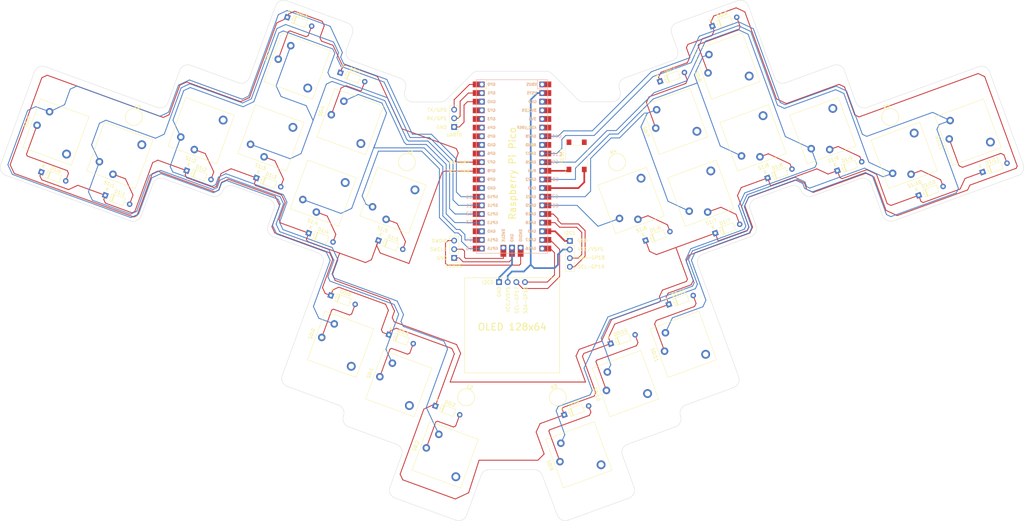
<source format=kicad_pcb>
(kicad_pcb (version 20221018) (generator pcbnew)
  (layers (0 "F.Cu" signal) (31 "B.Cu" signal) (34 "B.Paste" user) (35 "F.Paste" user) (36 "B.SilkS" user "B.Silkscreen") (37 "F.SilkS" user "F.Silkscreen") (38 "B.Mask" user) (39 "F.Mask" user) (44 "Edge.Cuts" user))
  (net 0 "")
  (footprint "ScottoKeebs_Components:Diode_DO-35" (layer "F.Cu") (at 172.668535 233.937729 -20)
    (fp_text reference "D0:2")
    (fp_text value "1N4148")
  )
  (footprint "ScottoKeebs_Components:Diode_DO-35" (layer "F.Cu") (at 129.129995 119.654554 -20)
    (fp_text reference "D0:3")
    (fp_text value "1N4148")
  )
  (footprint "ScottoKeebs_MCU:Raspberry_Pi_Pico" (layer "F.Cu") (at 195.19735 163.529245)
    (fp_text reference "REF**" hide)
    (fp_text value "Raspberry_Pi_Pico" hide)
  )
  (footprint "ScottoKeebs_Components:Diode_DO-35" (layer "F.Cu") (at 290.85417 164.754196 20)
    (fp_text reference "D1:9")
    (fp_text value "1N4148")
  )
  (footprint "ScottoKeebs_Choc:Choc_V1V2_1.25u" (layer "F.Cu") (at 132.015205 134.006901 70)
    (fp_text reference "S0:3")
    (fp_text value "Choc_V1V2_1.25u")
  )
  (footprint "ScottoKeebs_Components:Diode_DO-35" (layer "F.Cu") (at 333.572171 165.16879 20)
    (fp_text reference "D1:11")
    (fp_text value "1N4148")
  )
  (footprint "ScottoKeebs_Choc:Choc_V1V2_1.00u" (layer "F.Cu") (at 124.319744 155.14999 160)
    (fp_text reference "S1:3")
    (fp_text value "Choc_V1V2_1.00u")
  )
  (footprint "ScottoKeebs_Components:Diode_DO-35" (layer "F.Cu") (at 144.73857 135.977382 -20)
    (fp_text reference "D0:4")
    (fp_text value "1N4148")
  )
  (footprint "MountingHole:MountingHole_2.2mm_M2" (layer "F.Cu") (at 83.995868 148.986724 -20)
    (fp_text reference "L0")
    (fp_text value "MountingHole_2.2mm_M2")
  )
  (footprint "ScottoKeebs_Choc:Choc_V1V2_1.00u" (layer "F.Cu") (at 103.815795 153.008041 160)
    (fp_text reference "S1:2")
    (fp_text value "Choc_V1V2_1.00u")
  )
  (footprint "ScottoKeebs_Components:OLED_128x64" (layer "F.Cu") (at 195.197346 197.52926)
    (fp_text reference "REF**" hide)
    (fp_text value "OLED_128x64")
  )
  (footprint "ScottoKeebs_Choc:Choc_V1V2_1.00u" (layer "F.Cu") (at 79.891624 160.263036 160)
    (fp_text reference "S1:1")
    (fp_text value "Choc_V1V2_1.00u")
  )
  (footprint "ScottoKeebs_Choc:Choc_V1V2_1.25u" (layer "F.Cu") (at 144.806444 215.81542 70)
    (fp_text reference "S0:0")
    (fp_text value "Choc_V1V2_1.25u")
  )
  (footprint "MountingHole:MountingHole_2.2mm_M2" (layer "F.Cu") (at 164.301588 162.252948 -20)
    (fp_text reference "L1")
    (fp_text value "MountingHole_2.2mm_M2")
  )
  (footprint "ScottoKeebs_Choc:Choc_V1V2_1.25u" (layer "F.Cu") (at 245.588263 215.815433 110)
    (fp_text reference "S0:11")
    (fp_text value "Choc_V1V2_1.25u")
  )
  (footprint "ScottoKeebs_Choc:Choc_V1V2_1.00u" (layer "F.Cu") (at 250.7013 171.387307 -160)
    (fp_text reference "S1:7")
    (fp_text value "Choc_V1V2_1.00u")
  )
  (footprint "ScottoKeebs_Choc:Choc_V1V2_1.00u" (layer "F.Cu") (at 139.693395 171.387316 160)
    (fp_text reference "S1:4")
    (fp_text value "Choc_V1V2_1.00u")
  )
  (footprint "Connector_PinHeader_2.54mm:PinHeader_1x04_P2.54mm_Vertical" (layer "F.Cu") (at 212.197347 185.40158)
    (fp_text reference "I2C1")
    (fp_text value "PinHeader_1x04_P2.54mm_Vertical")
  )
  (footprint "ScottoKeebs_Components:Diode_DO-35" (layer "F.Cu") (at 210.565699 236.543919 20)
    (fp_text reference "D0:9")
    (fp_text value "1N4148")
  )
  (footprint "ScottoKeebs_Components:Diode_DO-35" (layer "F.Cu") (at 234.472595 185.275406 20)
    (fp_text reference "D1:6")
    (fp_text value "1N4148")
  )
  (footprint "ScottoKeebs_Components:Diode_DO-35" (layer "F.Cu") (at 56.822541 165.168789 -20)
    (fp_text reference "D1:0")
    (fp_text value "1N4148")
  )
  (footprint "ScottoKeebs_Choc:Choc_V1V2_1.50u" (layer "F.Cu") (at 329.29692 153.422631 110)
    (fp_text reference "S1:11")
    (fp_text value "Choc_V1V2_1.50u")
  )
  (footprint "ScottoKeebs_Components:Diode_DO-35" (layer "F.Cu") (at 270.350211 166.89614 20)
    (fp_text reference "D1:8")
    (fp_text value "1N4148")
  )
  (footprint "ScottoKeebs_Components:Diode_DO-35" (layer "F.Cu") (at 238.730603 138.498077 20)
    (fp_text reference "D0:7")
    (fp_text value "1N4148")
  )
  (footprint "Connector_PinHeader_2.54mm:PinHeader_1x03_P2.54mm_Vertical" (layer "F.Cu") (at 178.19735 151.901581 180)
    (fp_text reference "UART0")
    (fp_text value "PinHeader_1x03_P2.54mm_Vertical")
  )
  (footprint "Button_Switch_SMD:SW_SPST_Omron_B3FS-101xP" (layer "F.Cu") (at 214.197351 160.40158 90)
    (fp_text reference "RESET")
    (fp_text value "SW_SPST_Omron_B3FS-101xP")
  )
  (footprint "MountingHole:MountingHole_2.2mm_M2" (layer "F.Cu") (at 208.684585 231.37561 20)
    (fp_text reference "R3")
    (fp_text value "MountingHole_2.2mm_M2")
  )
  (footprint "ScottoKeebs_Components:Diode_DO-35" (layer "F.Cu") (at 159.004984 213.001936 -20)
    (fp_text reference "D0:1")
    (fp_text value "1N4148")
  )
  (footprint "ScottoKeebs_Components:Diode_DO-35" (layer "F.Cu") (at 314.778311 172.009186 20)
    (fp_text reference "D1:10")
    (fp_text value "1N4148")
  )
  (footprint "ScottoKeebs_Choc:Choc_V1V2_1.25u" (layer "F.Cu") (at 161.890198 227.354288 70)
    (fp_text reference "S0:1")
    (fp_text value "Choc_V1V2_1.25u")
  )
  (footprint "ScottoKeebs_Choc:Choc_V1V2_1.00u" (layer "F.Cu") (at 230.197345 173.529259 -160)
    (fp_text reference "S1:6")
    (fp_text value "Choc_V1V2_1.00u")
  )
  (footprint "ScottoKeebs_Choc:Choc_V1V2_1.00u" (layer "F.Cu") (at 286.57892 153.008046 -160)
    (fp_text reference "S1:9")
    (fp_text value "Choc_V1V2_1.00u")
  )
  (footprint "ScottoKeebs_Components:Diode_DO-35" (layer "F.Cu") (at 99.540538 164.754207 -20)
    (fp_text reference "D1:2")
    (fp_text value "1N4148")
  )
  (footprint "Connector_PinHeader_2.54mm:PinHeader_1x03_P2.54mm_Vertical" (layer "F.Cu") (at 178.19735 190.401577 180)
    (fp_text reference "DEBUG")
    (fp_text value "PinHeader_1x03_P2.54mm_Vertical")
  )
  (footprint "MountingHole:MountingHole_2.2mm_M2" (layer "F.Cu") (at 226.093105 162.252946 20)
    (fp_text reference "R4")
    (fp_text value "MountingHole_2.2mm_M2")
  )
  (footprint "ScottoKeebs_Components:Diode_DO-35" (layer "F.Cu") (at 155.922097 185.275412 -20)
    (fp_text reference "D1:5")
    (fp_text value "1N4148")
  )
  (footprint "ScottoKeebs_Choc:Choc_V1V2_1.25u" (layer "F.Cu") (at 228.504507 227.354286 110)
    (fp_text reference "S0:10")
    (fp_text value "Choc_V1V2_1.25u")
  )
  (footprint "ScottoKeebs_Choc:Choc_V1V2_1.50u" (layer "F.Cu") (at 175.553744 248.290082 70)
    (fp_text reference "S0:2")
    (fp_text value "Choc_V1V2_1.50u")
  )
  (footprint "ScottoKeebs_Components:Diode_DO-35" (layer "F.Cu") (at 224.229255 215.608125 20)
    (fp_text reference "D0:10")
    (fp_text value "1N4148")
  )
  (footprint "ScottoKeebs_Choc:Choc_V1V2_1.00u" (layer "F.Cu") (at 266.074956 155.149985 -160)
    (fp_text reference "S1:8")
    (fp_text value "Choc_V1V2_1.00u")
  )
  (footprint "ScottoKeebs_Choc:Choc_V1V2_1.25u" (layer "F.Cu") (at 147.623764 150.329732 70)
    (fp_text reference "S0:4")
    (fp_text value "Choc_V1V2_1.25u")
  )
  (footprint "ScottoKeebs_Components:Diode_DO-35" (layer "F.Cu") (at 120.044495 166.896156 -20)
    (fp_text reference "D1:3")
    (fp_text value "1N4148")
  )
  (footprint "ScottoKeebs_Choc:Choc_V1V2_1.00u" (layer "F.Cu") (at 310.503069 160.263036 -160)
    (fp_text reference "S1:10")
    (fp_text value "Choc_V1V2_1.00u")
  )
  (footprint "ScottoKeebs_Choc:Choc_V1V2_1.50u" (layer "F.Cu") (at 61.097795 153.422629 70)
    (fp_text reference "S1:0")
    (fp_text value "Choc_V1V2_1.50u")
  )
  (footprint "ScottoKeebs_Components:Diode_DO-35" (layer "F.Cu") (at 141.92124 201.46307 -20)
    (fp_text reference "D0:0")
    (fp_text value "1N4148")
  )
  (footprint "ScottoKeebs_Choc:Choc_V1V2_1.25u" (layer "F.Cu") (at 243.005851 150.244231 110)
    (fp_text reference "S0:7")
    (fp_text value "Choc_V1V2_1.25u")
  )
  (footprint "ScottoKeebs_Components:Diode_DO-35" (layer "F.Cu") (at 254.104247 122.260747 20)
    (fp_text reference "D0:8")
    (fp_text value "1N4148")
  )
  (footprint "ScottoKeebs_Components:Diode_DO-35" (layer "F.Cu") (at 241.313009 204.069269 20)
    (fp_text reference "D0:11")
    (fp_text value "1N4148")
  )
  (footprint "MountingHole:MountingHole_2.2mm_M2" (layer "F.Cu") (at 181.710104 231.375622 -20)
    (fp_text reference "L2")
    (fp_text value "MountingHole_2.2mm_M2")
  )
  (footprint "ScottoKeebs_Choc:Choc_V1V2_1.50u" (layer "F.Cu") (at 214.840948 248.290082 110)
    (fp_text reference "S0:9")
    (fp_text value "Choc_V1V2_1.50u")
  )
  (footprint "ScottoKeebs_Choc:Choc_V1V2_1.00u" (layer "F.Cu") (at 160.197349 173.529253 160)
    (fp_text reference "S1:5")
    (fp_text value "Choc_V1V2_1.00u")
  )
  (footprint "MountingHole:MountingHole_2.2mm_M2" (layer "F.Cu") (at 306.398817 148.986722 20)
    (fp_text reference "R5")
    (fp_text value "MountingHole_2.2mm_M2")
  )
  (footprint "ScottoKeebs_Components:Diode_DO-35" (layer "F.Cu") (at 75.616378 172.009196 -20)
    (fp_text reference "D1:1")
    (fp_text value "1N4148")
  )
  (footprint "ScottoKeebs_Choc:Choc_V1V2_1.25u" (layer "F.Cu") (at 258.379508 134.006906 110)
    (fp_text reference "S0:8")
    (fp_text value "Choc_V1V2_1.25u")
  )
  (footprint "ScottoKeebs_Components:Diode_DO-35" (layer "F.Cu") (at 135.418143 183.133473 -20)
    (fp_text reference "D1:4")
    (fp_text value "1N4148")
  )
  (footprint "ScottoKeebs_Components:Diode_DO-35" (layer "F.Cu") (at 254.976554 183.133469 20)
    (fp_text reference "D1:7")
    (fp_text value "1N4148")
  )
  (gr_poly (pts (xy 181.234587 196.275613) (xy 209.184591 196.275616) (xy 209.184596 224.225619) (xy 181.234589 224.225611)) (stroke (width 0.15)) (fill none) (layer "F.SilkS"))
  (gr_circle (center 208.684595 231.375613) (end 207.829541 229.026381) (stroke (width 0.15)) (fill none) (layer "F.SilkS"))
  (gr_circle (center 164.301595 162.252951) (end 165.156644 159.903707) (stroke (width 0.15)) (fill none) (layer "F.SilkS"))
  (gr_circle (center 226.09311 162.252945) (end 225.238057 159.903714) (stroke (width 0.15)) (fill none) (layer "F.SilkS"))
  (gr_circle (center 306.398815 148.986722) (end 305.543762 146.637492) (stroke (width 0.15)) (fill none) (layer "F.SilkS"))
  (gr_circle (center 83.99587 148.986723) (end 84.850924 146.63749) (stroke (width 0.15)) (fill none) (layer "F.SilkS"))
  (gr_circle (center 181.710103 231.375623) (end 182.565157 229.026388) (stroke (width 0.15)) (fill none) (layer "F.SilkS"))
  (gr_line (start 161.244149 245.210171) (end 147.148769 240.07987) (stroke (width 0.1)) (layer "Edge.Cuts"))
  (gr_line (start 231.07656 257.811381) (end 227.656359 248.414458) (stroke (width 0.1)) (layer "Edge.Cuts"))
  (gr_line (start 188.495059 252.629256) (end 201.714141 252.629248) (stroke (width 0.1)) (layer "Edge.Cuts"))
  (gr_arc (start 243.854002 129.184061) (mid 243.77057 131.095665) (end 242.359818 132.388352) (stroke (width 0.1)) (layer "Edge.Cuts"))
  (gr_arc (start 162.365186 137.604149) (mid 163.775842 138.896863) (end 163.859372 140.808436) (stroke (width 0.1)) (layer "Edge.Cuts"))
  (gr_arc (start 216.232878 144.529259) (mid 215.276156 144.338983) (end 214.465114 143.797017) (stroke (width 0.1)) (layer "Edge.Cuts"))
  (gr_arc (start 307.39032 179.486993) (mid 305.478712 179.403546) (end 304.186042 177.992814) (stroke (width 0.1)) (layer "Edge.Cuts"))
  (gr_line (start 92.833145 167.101709) (end 106.928521 172.232019) (stroke (width 0.1)) (layer "Edge.Cuts"))
  (gr_line (start 216.232878 144.529259) (end 224.58748 144.529253) (stroke (width 0.1)) (layer "Edge.Cuts"))
  (gr_line (start 44.862178 162.943936) (end 54.780759 135.692844) (stroke (width 0.1)) (layer "Edge.Cuts"))
  (gr_line (start 242.359818 132.388352) (end 228.266071 137.518044) (stroke (width 0.1)) (layer "Edge.Cuts"))
  (gr_line (start 345.532519 162.943931) (end 335.61394 135.692839) (stroke (width 0.1)) (layer "Edge.Cuts"))
  (gr_line (start 110.132805 170.737835) (end 110.132805 170.737835) (stroke (width 0.1)) (layer "Edge.Cuts"))
  (gr_line (start 175.93027 143.830925) (end 183.465124 136.261484) (stroke (width 0.1)) (layer "Edge.Cuts"))
  (gr_arc (start 261.492242 114.782934) (mid 263.403826 114.86643) (end 264.696524 116.277126) (stroke (width 0.1)) (layer "Edge.Cuts"))
  (gr_arc (start 226.93612 141.172561) (mid 226.635874 143.462473) (end 224.58748 144.529253) (stroke (width 0.1)) (layer "Edge.Cuts"))
  (gr_line (start 86.208657 177.992821) (end 89.628848 168.595901) (stroke (width 0.1)) (layer "Edge.Cuts"))
  (gr_arc (start 175.93027 143.830925) (mid 175.117814 144.375817) (end 174.158457 144.567202) (stroke (width 0.1)) (layer "Edge.Cuts"))
  (gr_arc (start 244.74011 236.875599) (mid 244.823581 234.963999) (end 246.234287 233.671313) (stroke (width 0.1)) (layer "Edge.Cuts"))
  (gr_line (start 159.318131 257.811389) (end 162.738343 248.414463) (stroke (width 0.1)) (layer "Edge.Cuts"))
  (gr_line (start 242.1439 124.485605) (end 243.854002 129.184061) (stroke (width 0.1)) (layer "Edge.Cuts"))
  (gr_arc (start 181.870762 266.01987) (mid 180.578107 267.430661) (end 178.666477 267.514047) (stroke (width 0.1)) (layer "Edge.Cuts"))
  (gr_arc (start 345.532519 162.943931) (mid 345.449112 164.855539) (end 344.038344 166.148215) (stroke (width 0.1)) (layer "Edge.Cuts"))
  (gr_arc (start 299.520413 146.169367) (mid 297.608807 146.085918) (end 296.316126 144.675185) (stroke (width 0.1)) (layer "Edge.Cuts"))
  (gr_arc (start 54.780759 135.692844) (mid 56.073426 134.282077) (end 57.985039 134.198665) (stroke (width 0.1)) (layer "Edge.Cuts"))
  (gr_line (start 214.465114 143.797017) (end 206.929579 136.261494) (stroke (width 0.1)) (layer "Edge.Cuts"))
  (gr_line (start 226.772484 140.723973) (end 226.93612 141.172561) (stroke (width 0.1)) (layer "Edge.Cuts"))
  (gr_line (start 163.859372 140.808436) (end 163.712423 141.212155) (stroke (width 0.1)) (layer "Edge.Cuts"))
  (gr_arc (start 147.148769 240.07987) (mid 145.738018 238.787195) (end 145.654586 236.875589) (stroke (width 0.1)) (layer "Edge.Cuts"))
  (gr_arc (start 261.823866 225.336728) (mid 261.740459 227.24834) (end 260.329693 228.541005) (stroke (width 0.1)) (layer "Edge.Cuts"))
  (gr_arc (start 205.161815 135.52925) (mid 206.118517 135.719569) (end 206.929579 136.261494) (stroke (width 0.1)) (layer "Edge.Cuts"))
  (gr_line (start 185.23288 135.529253) (end 205.161815 135.52925) (stroke (width 0.1)) (layer "Edge.Cuts"))
  (gr_line (start 128.902454 114.782938) (end 146.756611 121.281322) (stroke (width 0.1)) (layer "Edge.Cuts"))
  (gr_line (start 300.765846 168.595879) (end 304.186042 177.992814) (stroke (width 0.1)) (layer "Edge.Cuts"))
  (gr_line (start 261.823866 225.336728) (end 249.853157 192.447471) (stroke (width 0.1)) (layer "Edge.Cuts"))
  (gr_line (start 181.870762 266.01987) (end 186.145838 254.274201) (stroke (width 0.1)) (layer "Edge.Cuts"))
  (gr_line (start 178.666477 267.514047) (end 160.812316 261.01566) (stroke (width 0.1)) (layer "Edge.Cuts"))
  (gr_line (start 166.061658 144.567205) (end 174.158457 144.567202) (stroke (width 0.1)) (layer "Edge.Cuts"))
  (gr_line (start 246.234287 233.671313) (end 260.329693 228.541005) (stroke (width 0.1)) (layer "Edge.Cuts"))
  (gr_line (start 229.150541 245.210172) (end 243.245934 240.079872) (stroke (width 0.1)) (layer "Edge.Cuts"))
  (gr_arc (start 244.74011 236.875599) (mid 244.656597 238.787161) (end 243.245934 240.079872) (stroke (width 0.1)) (layer "Edge.Cuts"))
  (gr_line (start 136.181645 201.502395) (end 127.631142 224.994699) (stroke (width 0.1)) (layer "Edge.Cuts"))
  (gr_arc (start 144.160411 233.671307) (mid 145.571023 234.964036) (end 145.654595 236.875589) (stroke (width 0.1)) (layer "Edge.Cuts"))
  (gr_line (start 272.391979 137.420198) (end 264.696524 116.277126) (stroke (width 0.1)) (layer "Edge.Cuts"))
  (gr_line (start 113.337083 169.243657) (end 123.673712 173.00587) (stroke (width 0.1)) (layer "Edge.Cuts"))
  (gr_arc (start 332.409645 134.198666) (mid 334.321232 134.28216) (end 335.61394 135.692839) (stroke (width 0.1)) (layer "Edge.Cuts"))
  (gr_arc (start 138.107658 188.901187) (mid 139.518421 190.193871) (end 139.601845 192.105475) (stroke (width 0.1)) (layer "Edge.Cuts"))
  (gr_arc (start 146.756611 121.281322) (mid 148.167378 122.573981) (end 148.250796 124.485601) (stroke (width 0.1)) (layer "Edge.Cuts"))
  (gr_arc (start 160.812316 261.01566) (mid 159.401603 259.722968) (end 159.318131 257.811389) (stroke (width 0.1)) (layer "Edge.Cuts"))
  (gr_line (start 118.002726 137.420206) (end 125.698172 116.277121) (stroke (width 0.1)) (layer "Edge.Cuts"))
  (gr_arc (start 94.078561 144.675183) (mid 92.785883 146.08591) (end 90.874286 146.169369) (stroke (width 0.1)) (layer "Edge.Cuts"))
  (gr_arc (start 148.034876 132.388349) (mid 146.624192 131.095662) (end 146.540699 129.184069) (stroke (width 0.1)) (layer "Edge.Cuts"))
  (gr_arc (start 249.853157 192.447471) (mid 249.936643 190.53588) (end 251.347335 189.243199) (stroke (width 0.1)) (layer "Edge.Cuts"))
  (gr_line (start 100.703052 133.784074) (end 114.798439 138.914381) (stroke (width 0.1)) (layer "Edge.Cuts"))
  (gr_line (start 251.347335 189.243199) (end 265.442724 184.112897) (stroke (width 0.1)) (layer "Edge.Cuts"))
  (gr_line (start 289.691648 133.784085) (end 275.59626 138.914383) (stroke (width 0.1)) (layer "Edge.Cuts"))
  (gr_arc (start 265.226807 176.210155) (mid 265.310308 174.298564) (end 266.720991 173.005868) (stroke (width 0.1)) (layer "Edge.Cuts"))
  (gr_arc (start 110.132805 170.737835) (mid 108.840075 172.148448) (end 106.928521 172.232019) (stroke (width 0.1)) (layer "Edge.Cuts"))
  (gr_arc (start 166.061658 144.567205) (mid 164.01382 143.501122) (end 163.712423 141.212155) (stroke (width 0.1)) (layer "Edge.Cuts"))
  (gr_arc (start 201.714141 252.629248) (mid 203.13384 253.071508) (end 204.05129 254.241733) (stroke (width 0.1)) (layer "Edge.Cuts"))
  (gr_arc (start 231.07656 257.811381) (mid 230.993118 259.722979) (end 229.582378 261.015657) (stroke (width 0.1)) (layer "Edge.Cuts"))
  (gr_line (start 211.728226 267.514044) (end 229.582378 261.015657) (stroke (width 0.1)) (layer "Edge.Cuts"))
  (gr_line (start 283.466167 172.232006) (end 297.561553 167.101703) (stroke (width 0.1)) (layer "Edge.Cuts"))
  (gr_line (start 57.985039 134.198665) (end 90.874286 146.169369) (stroke (width 0.1)) (layer "Edge.Cuts"))
  (gr_arc (start 242.1439 124.485605) (mid 242.227365 122.574011) (end 243.638081 121.281326) (stroke (width 0.1)) (layer "Edge.Cuts"))
  (gr_arc (start 125.698172 116.277121) (mid 126.99087 114.866431) (end 128.902454 114.782938) (stroke (width 0.1)) (layer "Edge.Cuts"))
  (gr_arc (start 129.125326 228.198979) (mid 127.71465 226.906271) (end 127.631142 224.994699) (stroke (width 0.1)) (layer "Edge.Cuts"))
  (gr_line (start 129.125326 228.198979) (end 144.160411 233.671307) (stroke (width 0.1)) (layer "Edge.Cuts"))
  (gr_arc (start 226.772484 140.723973) (mid 226.854967 138.811508) (end 228.266071 137.518044) (stroke (width 0.1)) (layer "Edge.Cuts"))
  (gr_line (start 125.167888 176.210163) (end 123.457783 180.908626) (stroke (width 0.1)) (layer "Edge.Cuts"))
  (gr_line (start 94.078561 144.675183) (end 97.498772 135.278265) (stroke (width 0.1)) (layer "Edge.Cuts"))
  (gr_arc (start 183.465124 136.261484) (mid 184.276191 135.719581) (end 185.23288 135.529253) (stroke (width 0.1)) (layer "Edge.Cuts"))
  (gr_line (start 243.638081 121.281326) (end 261.492242 114.782934) (stroke (width 0.1)) (layer "Edge.Cuts"))
  (gr_line (start 139.601845 192.105475) (end 136.181642 201.502391) (stroke (width 0.1)) (layer "Edge.Cuts"))
  (gr_line (start 46.356361 166.148219) (end 83.004371 179.486999) (stroke (width 0.1)) (layer "Edge.Cuts"))
  (gr_arc (start 161.244149 245.210171) (mid 162.654868 246.502853) (end 162.738343 248.414463) (stroke (width 0.1)) (layer "Edge.Cuts"))
  (gr_arc (start 283.466167 172.232006) (mid 281.554552 172.148591) (end 280.261888 170.737823) (stroke (width 0.1)) (layer "Edge.Cuts"))
  (gr_line (start 332.409645 134.198666) (end 299.520413 146.169367) (stroke (width 0.1)) (layer "Edge.Cuts"))
  (gr_line (start 296.316126 144.675185) (end 292.89593 135.278264) (stroke (width 0.1)) (layer "Edge.Cuts"))
  (gr_arc (start 118.002726 137.420206) (mid 116.710023 138.830904) (end 114.798439 138.914381) (stroke (width 0.1)) (layer "Edge.Cuts"))
  (gr_line (start 148.034876 132.388349) (end 162.365186 137.604149) (stroke (width 0.1)) (layer "Edge.Cuts"))
  (gr_line (start 148.250796 124.485601) (end 146.540699 129.184069) (stroke (width 0.1)) (layer "Edge.Cuts"))
  (gr_line (start 280.261888 170.737823) (end 280.261888 170.737823) (stroke (width 0.1)) (layer "Edge.Cuts"))
  (gr_line (start 266.720991 173.005868) (end 277.057606 169.243645) (stroke (width 0.1)) (layer "Edge.Cuts"))
  (gr_arc (start 289.691648 133.784085) (mid 291.60323 133.867582) (end 292.89593 135.278264) (stroke (width 0.1)) (layer "Edge.Cuts"))
  (gr_arc (start 124.951968 184.112899) (mid 123.541261 182.820214) (end 123.457783 180.908626) (stroke (width 0.1)) (layer "Edge.Cuts"))
  (gr_line (start 266.936907 180.908614) (end 265.226807 176.210155) (stroke (width 0.1)) (layer "Edge.Cuts"))
  (gr_line (start 244.74011 236.875599) (end 244.74011 236.875599) (stroke (width 0.1)) (layer "Edge.Cuts"))
  (gr_arc (start 297.561553 167.101703) (mid 299.47313 167.185203) (end 300.765846 168.595879) (stroke (width 0.1)) (layer "Edge.Cuts"))
  (gr_line (start 204.05129 254.241733) (end 208.523939 266.019865) (stroke (width 0.1)) (layer "Edge.Cuts"))
  (gr_arc (start 186.145838 254.274201) (mid 187.061099 253.081335) (end 188.495059 252.629256) (stroke (width 0.1)) (layer "Edge.Cuts"))
  (gr_line (start 124.951968 184.112899) (end 138.107658 188.901187) (stroke (width 0.1)) (layer "Edge.Cuts"))
  (gr_arc (start 89.628848 168.595901) (mid 90.921526 167.18515) (end 92.833145 167.101709) (stroke (width 0.1)) (layer "Edge.Cuts"))
  (gr_arc (start 266.936907 180.908614) (mid 266.853507 182.820232) (end 265.442724 184.112897) (stroke (width 0.1)) (layer "Edge.Cuts"))
  (gr_arc (start 46.356361 166.148219) (mid 44.945645 164.855528) (end 44.862178 162.943936) (stroke (width 0.1)) (layer "Edge.Cuts"))
  (gr_arc (start 123.673712 173.00587) (mid 125.084402 174.298578) (end 125.167888 176.210163) (stroke (width 0.1)) (layer "Edge.Cuts"))
  (gr_arc (start 211.728226 267.514044) (mid 209.816618 267.430602) (end 208.523939 266.019865) (stroke (width 0.1)) (layer "Edge.Cuts"))
  (gr_arc (start 277.057606 169.243645) (mid 278.969191 169.327113) (end 280.261888 170.737823) (stroke (width 0.1)) (layer "Edge.Cuts"))
  (gr_arc (start 110.132805 170.737835) (mid 111.425459 169.327043) (end 113.337083 169.243657) (stroke (width 0.1)) (layer "Edge.Cuts"))
  (gr_arc (start 227.656359 248.414458) (mid 227.739856 246.502872) (end 229.150541 245.210172) (stroke (width 0.1)) (layer "Edge.Cuts"))
  (gr_line (start 145.654586 236.875589) (end 145.654595 236.875589) (stroke (width 0.1)) (layer "Edge.Cuts"))
  (gr_line (start 307.39032 179.486993) (end 344.038334 166.148206) (stroke (width 0.1)) (layer "Edge.Cuts"))
  (gr_arc (start 97.498772 135.278265) (mid 98.791435 133.867497) (end 100.703052 133.784074) (stroke (width 0.1)) (layer "Edge.Cuts"))
  (gr_arc (start 275.59626 138.914383) (mid 273.684638 138.830961) (end 272.391979 137.420198) (stroke (width 0.1)) (layer "Edge.Cuts"))
  (gr_arc (start 86.208657 177.992821) (mid 84.915941 179.40347) (end 83.004371 179.486999) (stroke (width 0.1)) (layer "Edge.Cuts"))
  (gr_text "C6" (at 209.1 175.6) (layer "B.SilkS") (effects (font (size 1 1)) (justify left bottom mirror)))
  (gr_text "C0" (at 183.7 173.1) (layer "B.SilkS") (effects (font (size 1 1)) (justify left bottom mirror)))
  (gr_text "C5" (at 183.7 188.2) (layer "B.SilkS") (effects (font (size 1 1)) (justify left bottom mirror)))
  (gr_text "C11" (at 209.9 155.2) (layer "B.SilkS") (effects (font (size 1 1)) (justify left bottom mirror)))
  (gr_text "C10" (at 210 160.5) (layer "B.SilkS") (effects (font (size 1 1)) (justify left bottom mirror)))
  (gr_text "C1" (at 183.7 175.6) (layer "B.SilkS") (effects (font (size 1 1)) (justify left bottom mirror)))
  (gr_text "C2" (at 183.7 178) (layer "B.SilkS") (effects (font (size 1 1)) (justify left bottom mirror)))
  (gr_text "C7" (at 209 173) (layer "B.SilkS") (effects (font (size 1 1)) (justify left bottom mirror)))
  (gr_text "C3" (at 183.7 180.5) (layer "B.SilkS") (effects (font (size 1 1)) (justify left bottom mirror)))
  (gr_text "C4" (at 183.7 185.7) (layer "B.SilkS") (effects (font (size 1 1)) (justify left bottom mirror)))
  (gr_text "C9" (at 209 162.8) (layer "B.SilkS") (effects (font (size 1 1)) (justify left bottom mirror)))
  (gr_text "C8" (at 209.1 167.9) (layer "B.SilkS") (effects (font (size 1 1)) (justify left bottom mirror)))
  (gr_text "VCC/VSYS" (at 214.4 188.4) (layer "F.SilkS") (effects (font (size 1 1)) (justify left bottom)))
  (gr_text "SWDIO" (at 171.5 186) (layer "F.SilkS") (effects (font (size 1 1)) (justify left bottom)))
  (gr_text "RX/GP1" (at 170 150) (layer "F.SilkS") (effects (font (size 1 1)) (justify left bottom)))
  (gr_text "R1-GP8" (at 176.5 165.5) (layer "F.SilkS") (effects (font (size 1 1)) (justify left bottom)))
  (gr_text "SCL-GP17" (at 197.2 206.9 90) (layer "F.SilkS") (effects (font (size 1 1)) (justify left bottom)))
  (gr_text "GND" (at 172.9 152.6) (layer "F.SilkS") (effects (font (size 1 1)) (justify left bottom)))
  (gr_text "SWCLK" (at 171 188.5) (layer "F.SilkS") (effects (font (size 1 1)) (justify left bottom)))
  (gr_text "Raspberry Pi Pico" (at 196.487595 179.393895 90) (layer "F.SilkS") (effects (font (size 2 2) (thickness 0.3) bold) (justify left bottom)))
  (gr_text "R0-GP7" (at 176.5 162.9) (layer "F.SilkS") (effects (font (size 1 1)) (justify left bottom)))
  (gr_text "VCC/VSYS" (at 194.6 206.5 90) (layer "F.SilkS") (effects (font (size 1 1)) (justify left bottom)))
  (gr_text "SDA-GP16" (at 199.75 206.9 90) (layer "F.SilkS") (effects (font (size 1 1)) (justify left bottom)))
  (gr_text "GND" (at 192 202 90) (layer "F.SilkS") (effects (font (size 1 1)) (justify left bottom)))
  (gr_text "OLED 128x64" (at 184.987595 211.893897) (layer "F.SilkS") (effects (font (size 2 2) (thickness 0.3) bold) (justify left bottom)))
  (gr_text "SDA-GP18" (at 214.4 190.9) (layer "F.SilkS") (effects (font (size 1 1)) (justify left bottom)))
  (gr_text "GND" (at 173 191) (layer "F.SilkS") (effects (font (size 1 1)) (justify left bottom)))
  (gr_text "GND" (at 214.3 185.9) (layer "F.SilkS") (effects (font (size 1 1)) (justify left bottom)))
  (gr_text "I2C0" (at 186.3 198.2) (layer "F.SilkS") (effects (font (size 1 1)) (justify left bottom)))
  (gr_text "SCL-GP19" (at 214.4 193.6) (layer "F.SilkS") (effects (font (size 1 1)) (justify left bottom)))
  (gr_text "TX/GP0" (at 170.2 147.5) (layer "F.SilkS") (effects (font (size 1 1)) (justify left bottom)))
  (segment (start 248.491252 197.021995) (end 246.439129 191.383844) (width 0.25) (layer "F.Cu") (net 0))
  (segment (start 140.275022 200.863892) (end 139.472001 199.141808) (width 0.25) (layer "F.Cu") (net 0))
  (segment (start 264.432735 182.285833) (end 264.868937 181.350385) (width 0.25) (layer "F.Cu") (net 0))
  (segment (start 192.657348 187.429259) (end 192.657352 190.491581) (width 0.25) (layer "F.Cu") (net 0))
  (segment (start 179.647348 190.401581) (end 178.19735 190.401577) (width 0.25) (layer "F.Cu") (net 0))
  (segment (start 159.976129 207.934917) (end 160.573799 209.216633) (width 0.25) (layer "F.Cu") (net 0))
  (segment (start 156.786191 211.509466) (end 158.855404 205.824327) (width 0.25) (layer "F.Cu") (net 0))
  (segment (start 246.742302 133.00976) (end 238.989839 135.831423) (width 0.25) (layer "F.Cu") (net 0))
  (segment (start 179.947348 148.751578) (end 179.337346 149.36158) (width 0.25) (layer "F.Cu") (net 0))
  (segment (start 246.72925 138.19479) (end 245.891061 135.891883) (width 0.25) (layer "F.Cu") (net 0))
  (segment (start 127.128305 180.116219) (end 126.683884 179.163159) (width 0.25) (layer "F.Cu") (net 0))
  (segment (start 256.603588 175.517696) (end 261.072075 177.601391) (width 0.25) (layer "F.Cu") (net 0))
  (segment (start 109.669505 165.563399) (end 112.612419 164.191093) (width 0.25) (layer "F.Cu") (net 0))
  (segment (start 178.631916 239.832854) (end 179.828997 236.543922) (width 0.25) (layer "F.Cu") (net 0))
  (segment (start 247.893574 198.303708) (end 248.491252 197.021995) (width 0.25) (layer "F.Cu") (net 0))
  (segment (start 261.090757 116.879533) (end 254.512904 119.273669) (width 0.25) (layer "F.Cu") (net 0))
  (segment (start 254.976554 183.133469) (end 255.806702 185.41428) (width 0.25) (layer "F.Cu") (net 0))
  (segment (start 270.567708 159.793411) (end 276.958762 162.773601) (width 0.25) (layer "F.Cu") (net 0))
  (segment (start 263.628253 175.017824) (end 264.760937 172.58878) (width 0.25) (layer "F.Cu") (net 0))
  (segment (start 181.247351 190.251575) (end 181.247348 188.401582) (width 0.25) (layer "F.Cu") (net 0))
  (segment (start 214.02067 219.234237) (end 216.812573 226.904929) (width 0.25) (layer "F.Cu") (net 0))
  (segment (start 99.540538 164.754207) (end 91.074807 161.672938) (width 0.25) (layer "F.Cu") (net 0))
  (segment (start 219.36768 231.034014) (end 219.813865 230.077168) (width 0.25) (layer "F.Cu") (net 0))
  (segment (start 209.96323 234.888651) (end 210.205683 234.368712) (width 0.25) (layer "F.Cu") (net 0))
  (segment (start 155.922097 185.275412) (end 153.855967 190.952062) (width 0.25) (layer "F.Cu") (net 0))
  (segment (start 75.164281 173.251327) (end 75.616378 172.009196) (width 0.25) (layer "F.Cu") (net 0))
  (segment (start 186.194825 164.91177) (end 175.41177 164.91177) (width 0.25) (layer "F.Cu") (net 0))
  (segment (start 84.308863 176.765105) (end 83.462519 177.159756) (width 0.25) (layer "F.Cu") (net 0))
  (segment (start 186.307345 144.479262) (end 182.097349 144.479251) (width 0.25) (layer "F.Cu") (net 0))
  (segment (start 143.191213 197.03691) (end 159.165987 202.851252) (width 0.25) (layer "F.Cu") (net 0))
  (segment (start 321.215858 167.416805) (end 321.938773 169.402999) (width 0.25) (layer "F.Cu") (net 0))
  (segment (start 174.974696 227.601581) (end 178.242825 218.622485) (width 0.25) (layer "F.Cu") (net 0))
  (segment (start 180.707349 187.861577) (end 178.197352 187.86158) (width 0.25) (layer "F.Cu") (net 0))
  (segment (start 281.846022 170.249406) (end 283.768592 171.145917) (width 0.25) (layer "F.Cu") (net 0))
  (segment (start 232.215267 179.073442) (end 235.15995 178.001663) (width 0.25) (layer "F.Cu") (net 0))
  (segment (start 115.420868 144.468637) (end 118.048382 143.243413) (width 0.25) (layer "F.Cu") (net 0))
  (segment (start 142.203629 205.716153) (end 142.716323 205.47708) (width 0.25) (layer "F.Cu") (net 0))
  (segment (start 164.903462 192.047745) (end 174.651036 165.266506) (width 0.25) (layer "F.Cu") (net 0))
  (segment (start 204.087352 180.039254) (end 207.835017 180.039256) (width 0.25) (layer "F.Cu") (net 0))
  (segment (start 139.472001 199.141808) (end 142.481782 190.872512) (width 0.25) (layer "F.Cu") (net 0))
  (segment (start 255.82015 185.420555) (end 264.432735 182.285833) (width 0.25) (layer "F.Cu") (net 0))
  (segment (start 308.44639 177.972125) (end 329.157515 170.43389) (width 0.25) (layer "F.Cu") (net 0))
  (segment (start 197.73735 192.161581) (end 197.350056 192.548876) (width 0.25) (layer "F.Cu") (net 0))
  (segment (start 237.461669 152.262149) (end 234.715489 144.717091) (width 0.25) (layer "F.Cu") (net 0))
  (segment (start 89.421204 165.642865) (end 84.94074 177.952843) (width 0.25) (layer "F.Cu") (net 0))
  (segment (start 235.15995 178.001663) (end 240.910142 180.683021) (width 0.25) (layer "F.Cu") (net 0))
  (segment (start 235.493771 143.048059) (end 246.30024 139.114827) (width 0.25) (layer "F.Cu") (net 0))
  (segment (start 213.577351 193.021582) (end 212.197351 193.021584) (width 0.25) (layer "F.Cu") (net 0))
  (segment (start 261.844899 123.347346) (end 262.273914 122.427311) (width 0.25) (layer "F.Cu") (net 0))
  (segment (start 135.264392 125.07983) (end 136.290449 122.260746) (width 0.25) (layer "F.Cu") (net 0))
  (segment (start 262.586931 169.721739) (end 270.350211 166.89614) (width 0.25) (layer "F.Cu") (net 0))
  (segment (start 97.553406 139.614884) (end 99.540058 138.688498) (width 0.25) (layer "F.Cu") (net 0))
  (segment (start 208.697352 179.401575) (end 209.69735 180.40158) (width 0.25) (layer "F.Cu") (net 0))
  (segment (start 207.295027 177.499252) (end 208.697354 178.901581) (width 0.25) (layer "F.Cu") (net 0))
  (segment (start 292.246908 167.102298) (end 299.477984 164.4704) (width 0.25) (layer "F.Cu") (net 0))
  (segment (start 148.055634 206.888348) (end 149.081698 204.069267) (width 0.25) (layer "F.Cu") (net 0))
  (segment (start 178.897807 215.886026) (end 180.09315 218.449448) (width 0.25) (layer "F.Cu") (net 0))
  (segment (start 160.573799 209.216633) (end 178.897807 215.886026) (width 0.25) (layer "F.Cu") (net 0))
  (segment (start 126.471024 131.988978) (end 129.412388 123.907625) (width 0.25) (layer "F.Cu") (net 0))
  (segment (start 155.649891 137.067099) (end 162.821961 152.447651) (width 0.25) (layer "F.Cu") (net 0))
  (segment (start 284.819346 164.223935) (end 288.103497 165.75536) (width 0.25) (layer "F.Cu") (net 0))
  (segment (start 237.606336 208.790262) (end 248.882644 204.686012) (width 0.25) (layer "F.Cu") (net 0))
  (segment (start 173.292607 238.42158) (end 177.991075 240.131682) (width 0.25) (layer "F.Cu") (net 0))
  (segment (start 210.205683 234.368712) (end 219.36768 231.034014) (width 0.25) (layer "F.Cu") (net 0))
  (segment (start 129.040744 119.899769) (end 129.129995 119.654554) (width 0.25) (layer "F.Cu") (net 0))
  (segment (start 186.30735 141.939249) (end 182.359677 141.939253) (width 0.25) (layer "F.Cu") (net 0))
  (segment (start 55.553613 151.40471) (end 52.441222 159.955925) (width 0.25) (layer "F.Cu") (net 0))
  (segment (start 84.94074 177.952843) (end 84.030313 178.37738) (width 0.25) (layer "F.Cu") (net 0))
  (segment (start 214.697348 180.401583) (end 216.697349 182.401587) (width 0.25) (layer "F.Cu") (net 0))
  (segment (start 239.432104 199.875543) (end 238.535595 201.798112) (width 0.25) (layer "F.Cu") (net 0))
  (segment (start 161.147808 211.075033) (end 159.411662 211.884608) (width 0.25) (layer "F.Cu") (net 0))
  (segment (start 192.657352 190.491581) (end 192.60007 190.548868) (width 0.25) (layer "F.Cu") (net 0))
  (segment (start 291.071664 157.651472) (end 297.462725 160.631667) (width 0.25) (layer "F.Cu") (net 0))
  (segment (start 92.659402 149.113911) (end 94.389716 148.307042) (width 0.25) (layer "F.Cu") (net 0))
  (segment (start 178.242825 218.622485) (end 177.498462 217.026184) (width 0.25) (layer "F.Cu") (net 0))
  (segment (start 182.359677 141.939253) (end 179.94735 144.351578) (width 0.25) (layer "F.Cu") (net 0))
  (segment (start 159.004984 213.001936) (end 157.170844 212.334361) (width 0.25) (layer "F.Cu") (net 0))
  (segment (start 163.076879 255.656006) (end 178.528168 261.279815) (width 0.25) (layer "F.Cu") (net 0))
  (segment (start 83.462519 177.159756) (end 75.663069 174.320993) (width 0.25) (layer "F.Cu") (net 0))
  (segment (start 94.389716 148.307042) (end 97.553406 139.614884) (width 0.25) (layer "F.Cu") (net 0))
  (segment (start 159.287383 217.255017) (end 159.80007 217.015949) (width 0.25) (layer "F.Cu") (net 0))
  (segment (start 332.24309 136.209744) (end 297.23954 148.950003) (width 0.25) (layer "F.Cu") (net 0))
  (segment (start 161.374391 180.236317) (end 163.896563 185.645131) (width 0.25) (layer "F.Cu") (net 0))
  (segment (start 152.105856 191.768149) (end 144.517837 189.006338) (width 0.25) (layer "F.Cu") (net 0))
  (segment (start 186.30735 162.259245) (end 178.759635 162.259245) (width 0.25) (layer "F.Cu") (net 0))
  (segment (start 146.252966 133.646897) (end 155.649891 137.067099) (width 0.25) (layer "F.Cu") (net 0))
  (segment (start 126.034544 121.301589) (end 129.040744 119.899769) (width 0.25) (layer "F.Cu") (net 0))
  (segment (start 142.294704 195.114341) (end 143.191213 197.03691) (width 0.25) (layer "F.Cu") (net 0))
  (segment (start 145.439068 134.05276) (end 144.73857 135.977382) (width 0.25) (layer "F.Cu") (net 0))
  (segment (start 206.415024 185.119247) (end 209.197349 187.901583) (width 0.25) (layer "F.Cu") (net 0))
  (segment (start 206.455024 187.659262) (end 207.69735 188.901588) (width 0.25) (layer "F.Cu") (net 0))
  (segment (start 246.911588 127.627255) (end 246.463333 128.588544) (width 0.25) (layer "F.Cu") (net 0))
  (segment (start 99.514677 166.826764) (end 107.502059 169.733937) (width 0.25) (layer "F.Cu") (net 0))
  (segment (start 246.479797 197.310392) (end 239.432104 199.875543) (width 0.25) (layer "F.Cu") (net 0))
  (segment (start 209.69735 180.40158) (end 214.697348 180.401583) (width 0.25) (layer "F.Cu") (net 0))
  (segment (start 122.301821 160.694173) (end 125.496788 161.857051) (width 0.25) (layer "F.Cu") (net 0))
  (segment (start 109.771247 168.207665) (end 108.950398 170.462938) (width 0.25) (layer "F.Cu") (net 0))
  (segment (start 81.538528 167.141113) (end 83.761861 171.909048) (width 0.25) (layer "F.Cu") (net 0))
  (segment (start 224.48339 208.508963) (end 221.495026 214.917527) (width 0.25) (layer "F.Cu") (net 0))
  (segment (start 208.697354 178.901581) (end 208.697352 179.401575) (width 0.25) (layer "F.Cu") (net 0))
  (segment (start 178.796736 158.261994) (end 179.394409 159.543707) (width 0.25) (layer "F.Cu") (net 0))
  (segment (start 56.946422 137.445661) (end 58.548562 136.698577) (width 0.25) (layer "F.Cu") (net 0))
  (segment (start 48.83882 165.568729) (end 47.643475 163.005305) (width 0.25) (layer "F.Cu") (net 0))
  (segment (start 315.465663 164.735448) (end 321.215858 167.416805) (width 0.25) (layer "F.Cu") (net 0))
  (segment (start 179.94735 144.351578) (end 179.947348 148.751578) (width 0.25) (layer "F.Cu") (net 0))
  (segment (start 292.965151 140.130013) (end 291.363012 139.38293) (width 0.25) (layer "F.Cu") (net 0))
  (segment (start 238.535595 201.798112) (end 238.877616 202.737806) (width 0.25) (layer "F.Cu") (net 0))
  (segment (start 129.925076 123.668556) (end 134.623532 125.378654) (width 0.25) (layer "F.Cu") (net 0))
  (segment (start 178.528168 261.279815) (end 182.446466 259.452684) (width 0.25) (layer "F.Cu") (net 0))
  (segment (start 238.578778 203.378663) (end 224.48339 208.508963) (width 0.25) (layer "F.Cu") (net 0))
  (segment (start 150.958465 141.167735) (end 151.899022 138.583573) (width 0.25) (layer "F.Cu") (net 0))
  (segment (start 128.018964 167.265871) (end 127.204953 169.502346) (width 0.25) (layer "F.Cu") (net 0))
  (segment (start 209.197347 181.401584) (end 214.197352 181.401579) (width 0.25) (layer "F.Cu") (net 0))
  (segment (start 185.515152 249.893896) (end 202.803686 249.893898) (width 0.25) (layer "F.Cu") (net 0))
  (segment (start 297.23954 148.950003) (end 295.957831 148.352327) (width 0.25) (layer "F.Cu") (net 0))
  (segment (start 202.293998 241.600964) (end 203.443312 239.136263) (width 0.25) (layer "F.Cu") (net 0))
  (segment (start 252.71922 176.931493) (end 256.603588 175.517696) (width 0.25) (layer "F.Cu") (net 0))
  (segment (start 207.875024 182.579255) (end 204.087346 182.579258) (width 0.5) (layer "F.Cu") (net 0))
  (segment (start 84.030313 178.37738) (end 48.83882 165.568729) (width 0.25) (layer "F.Cu") (net 0))
  (segment (start 99.540538 164.754207) (end 99.105538 165.94936) (width 0.25) (layer "F.Cu") (net 0))
  (segment (start 159.411662 211.884608) (end 159.004984 213.001936) (width 0.25) (layer "F.Cu") (net 0))
  (segment (start 159.80007 217.015949) (end 164.49853 218.726039) (width 0.25) (layer "F.Cu") (net 0))
  (segment (start 271.18036 169.176949) (end 271.193813 169.183224) (width 0.25) (layer "F.Cu") (net 0))
  (segment (start 291.363012 139.38293) (end 275.858082 145.026261) (width 0.25) (layer "F.Cu") (net 0))
  (segment (start 206.037561 241.353406) (end 206.218169 240.966087) (width 0.25) (layer "F.Cu") (net 0))
  (segment (start 241.080808 200.783351) (end 247.893574 198.303708) (width 0.25) (layer "F.Cu") (net 0))
  (segment (start 67.526534 169.064732) (end 64.826717 170.323677) (width 0.25) (layer "F.Cu") (net 0))
  (segment (start 156.346002 225.33636) (end 159.287383 217.255017) (width 0.25) (layer "F.Cu") (net 0))
  (segment (start 215.697352 182.901582) (end 215.697351 189.401583) (width 0.25) (layer "F.Cu") (net 0))
  (segment (start 197.737354 187.429256) (end 197.73735 192.161581) (width 0.25) (layer "F.Cu") (net 0))
  (segment (start 295.957831 148.352327) (end 292.965151 140.130013) (width 0.25) (layer "F.Cu") (net 0))
  (segment (start 264.868937 181.350385) (end 261.491485 172.070922) (width 0.25) (layer "F.Cu") (net 0))
  (segment (start 218.930602 227.65042) (end 215.908755 219.347969) (width 0.25) (layer "F.Cu") (net 0))
  (segment (start 205.569673 197.529248) (end 199.007348 197.52926) (width 0.25) (layer "F.Cu") (net 0))
  (segment (start 216.697348 189.901577) (end 213.577351 193.021582) (width 0.25) (layer "F.Cu") (net 0))
  (segment (start 216.44735 164.401578) (end 216.447351 168.151574) (width 0.5) (layer "F.Cu") (net 0))
  (segment (start 302.368048 165.818063) (end 305.512977 174.458682) (width 0.25) (layer "F.Cu") (net 0))
  (segment (start 240.04407 217.833347) (end 237.126883 209.818442) (width 0.25) (layer "F.Cu") (net 0))
  (segment (start 231.798889 216.224883) (end 232.2279 215.304852) (width 0.25) (layer "F.Cu") (net 0))
  (segment (start 223.569391 213.795197) (end 225.404679 209.859428) (width 0.25) (layer "F.Cu") (net 0))
  (segment (start 237.660663 189.43594) (end 243.387201 187.351649) (width 0.25) (layer "F.Cu") (net 0))
  (segment (start 249.918134 128.009909) (end 250.098739 127.622591) (width 0.25) (layer "F.Cu") (net 0))
  (segment (start 125.594757 172.309986) (end 111.766924 167.277065) (width 0.25) (layer "F.Cu") (net 0))
  (segment (start 104.992834 159.715106) (end 107.51501 165.123928) (width 0.25) (layer "F.Cu") (net 0))
  (segment (start 159.165987 202.851252) (end 160.660169 206.055533) (width 0.25) (layer "F.Cu") (net 0))
  (segment (start 158.855404 205.824327) (end 158.018665 204.029927) (width 0.25) (layer "F.Cu") (net 0))
  (segment (start 141.92124 201.46307) (end 140.275022 200.863892) (width 0.25) (layer "F.Cu") (net 0))
  (segment (start 139.994505 122.125883) (end 138.711932 125.649731) (width 0.25) (layer "F.Cu") (net 0))
  (segment (start 178.197345 143.901586) (end 178.197349 146.821577) (width 0.25) (layer "F.Cu") (net 0))
  (segment (start 202.803686 249.893898) (end 204.627323 248.07026) (width 0.25) (layer "F.Cu") (net 0))
  (segment (start 327.642353 163.781767) (end 338.918668 159.677545) (width 0.25) (layer "F.Cu") (net 0))
  (segment (start 209.296765 250.308003) (end 206.037561 241.353406) (width 0.25) (layer "F.Cu") (net 0))
  (segment (start 198.339675 199.401579) (end 196.467349 197.529252) (width 0.25) (layer "F.Cu") (net 0))
  (segment (start 254.613343 123.659461) (end 253.959281 125.062105) (width 0.25) (layer "F.Cu") (net 0))
  (segment (start 181.097352 145.479252) (end 181.097349 150.501578) (width 0.25) (layer "F.Cu") (net 0))
  (segment (start 252.835315 136.024825) (end 249.918134 128.009909) (width 0.25) (layer "F.Cu") (net 0))
  (segment (start 214.617342 190.481584) (end 212.19735 190.481585) (width 0.25) (layer "F.Cu") (net 0))
  (segment (start 175.647354 192.001578) (end 175.647348 186.05158) (width 0.25) (layer "F.Cu") (net 0))
  (segment (start 99.540058 138.688498) (end 115.420868 144.468637) (width 0.25) (layer "F.Cu") (net 0))
  (segment (start 172.668535 233.937729) (end 174.974696 227.601581) (width 0.25) (layer "F.Cu") (net 0))
  (segment (start 314.778311 172.009186) (end 315.437453 173.820154) (width 0.25) (layer "F.Cu") (net 0))
  (segment (start 144.252167 199.019334) (end 142.516027 199.828907) (width 0.25) (layer "F.Cu") (net 0))
  (segment (start 172.668535 233.937729) (end 171.880133 233.65077) (width 0.25) (layer "F.Cu") (net 0))
  (segment (start 246.439129 191.383844) (end 247.272978 189.595649) (width 0.25) (layer "F.Cu") (net 0))
  (segment (start 182.097349 144.479251) (end 181.097352 145.479252) (width 0.25) (layer "F.Cu") (net 0))
  (segment (start 216.308312 218.491112) (end 224.229255 215.608125) (width 0.25) (layer "F.Cu") (net 0))
  (segment (start 64.826717 170.323677) (end 56.933301 167.450704) (width 0.25) (layer "F.Cu") (net 0))
  (segment (start 253.959281 125.062105) (end 246.911588 127.627255) (width 0.25) (layer "F.Cu") (net 0))
  (segment (start 220.052741 220.500133) (end 231.798889 216.224883) (width 0.25) (layer "F.Cu") (net 0))
  (segment (start 240.910142 180.683021) (end 241.633056 182.669211) (width 0.25) (layer "F.Cu") (net 0))
  (segment (start 177.498462 217.026184) (end 161.147808 211.075033) (width 0.25) (layer "F.Cu") (net 0))
  (segment (start 182.446466 259.452684) (end 185.515152 249.893896) (width 0.25) (layer "F.Cu") (net 0))
  (segment (start 175.647348 186.05158) (end 176.377348 185.321577) (width 0.25) (layer "F.Cu") (net 0))
  (segment (start 219.872118 220.887455) (end 220.052741 220.500133) (width 0.25) (layer "F.Cu") (net 0))
  (segment (start 203.443312 239.136263) (end 210.565699 236.543919) (width 0.25) (layer "F.Cu") (net 0))
  (segment (start 214.197352 181.401579) (end 215.697352 182.901582) (width 0.25) (layer "F.Cu") (net 0))
  (segment (start 119.734806 169.11296) (end 119.455583 168.514165) (width 0.25) (layer "F.Cu") (net 0))
  (segment (start 156.446228 188.969563) (end 164.903462 192.047745) (width 0.25) (layer "F.Cu") (net 0))
  (segment (start 75.663069 174.320993) (end 75.164281 173.251327) (width 0.25) (layer "F.Cu") (net 0))
  (segment (start 305.17182 176.445166) (end 308.44639 177.972125) (width 0.25) (layer "F.Cu") (net 0))
  (segment (start 215.697351 189.401583) (end 214.617342 190.481584) (width 0.25) (layer "F.Cu") (net 0))
  (segment (start 214.719674 169.879256) (end 204.087348 169.879257) (width 0.5) (layer "F.Cu") (net 0))
  (segment (start 253.672792 121.075312) (end 254.104247 122.260747) (width 0.25) (layer "F.Cu") (net 0))
  (segment (start 299.221992 165.52134) (end 301.599364 166.629926) (width 0.25) (layer "F.Cu") (net 0))
  (segment (start 205.697349 199.401578) (end 198.339675 199.401579) (width 0.25) (layer "F.Cu") (net 0))
  (segment (start 272.97423 143.681498) (end 263.65418 118.074881) (width 0.25) (layer "F.Cu") (net 0))
  (segment (start 334.165665 137.106257) (end 332.24309 136.209744) (width 0.25) (layer "F.Cu") (net 0))
  (segment (start 180.09315 218.449448) (end 177.015609 226.904931) (width 0.25) (layer "F.Cu") (net 0))
  (segment (start 343.443389 164.058508) (end 343.742228 163.417657) (width 0.25) (layer "F.Cu") (net 0))
  (segment (start 158.018665 204.029927) (end 144.252167 199.019334) (width 0.25) (layer "F.Cu") (net 0))
  (segment (start 174.651036 165.266506) (end 175.41177 164.91177) (width 0.25) (layer "F.Cu") (net 0))
  (segment (start 150.638044 141.317152) (end 150.958465 141.167735) (width 0.25) (layer "F.Cu") (net 0))
  (segment (start 246.463333 128.588544) (end 247.489397 131.407621) (width 0.25) (layer "F.Cu") (net 0))
  (segment (start 216.447351 168.151574) (end 214.719674 169.879256) (width 0.5) (layer "F.Cu") (net 0))
  (segment (start 107.502059 169.733937) (end 108.28432 169.369163) (width 0.25) (layer "F.Cu") (net 0))
  (segment (start 142.079589 148.311812) (end 144.935453 140.465391) (width 0.25) (layer "F.Cu") (net 0))
  (segment (start 210.565699 236.543919) (end 209.96323 234.888651) (width 0.25) (layer "F.Cu") (net 0))
  (segment (start 207.69735 188.901588) (end 207.697348 195.401584) (width 0.25) (layer "F.Cu") (net 0))
  (segment (start 181.247348 188.401582) (end 180.707349 187.861577) (width 0.25) (layer "F.Cu") (net 0))
  (segment (start 99.540058 138.688498) (end 99.540057 138.688501) (width 0.25) (layer "F.Cu") (net 0))
  (segment (start 246.30024 139.114827) (end 246.72925 138.19479) (width 0.25) (layer "F.Cu") (net 0))
  (segment (start 56.404637 166.316974) (end 56.822541 165.168789) (width 0.25) (layer "F.Cu") (net 0))
  (segment (start 326.936105 170.178243) (end 328.393041 167.053831) (width 0.25) (layer "F.Cu") (net 0))
  (segment (start 108.28432 169.369163) (end 109.669505 165.563399) (width 0.25) (layer "F.Cu") (net 0))
  (segment (start 179.697348 151.901576) (end 178.19735 151.901581) (width 0.25) (layer "F.Cu") (net 0))
  (segment (start 99.105538 165.94936) (end 99.514677 166.826764) (width 0.25) (layer "F.Cu") (net 0))
  (segment (start 288.103497 165.75536) (end 290.85417 164.754196) (width 0.25) (layer "F.Cu") (net 0))
  (segment (start 209.197349 187.901583) (end 209.197346 195.901581) (width 0.25) (layer "F.Cu") (net 0))
  (segment (start 312.520984 165.807223) (end 315.465663 164.735448) (width 0.25) (layer "F.Cu") (net 0))
  (segment (start 91.010109 164.901947) (end 89.421204 165.642865) (width 0.25) (layer "F.Cu") (net 0))
  (segment (start 238.989839 135.831423) (end 238.29913 137.31264) (width 0.25) (layer "F.Cu") (net 0))
  (segment (start 243.387201 187.351649) (end 254.976554 183.133469) (width 0.25) (layer "F.Cu") (net 0))
  (segment (start 192.60007 190.548868) (end 181.54464 190.548865) (width 0.25) (layer "F.Cu") (net 0))
  (segment (start 247.489397 131.407621) (end 246.742302 133.00976) (width 0.25) (layer "F.Cu") (net 0))
  (segment (start 181.097349 150.501578) (end 179.697348 151.901576) (width 0.25) (layer "F.Cu") (net 0))
  (segment (start 197.350056 192.548876) (end 176.194641 192.548871) (width 0.25) (layer "F.Cu") (net 0))
  (segment (start 171.880133 233.65077) (end 169.274561 234.865774) (width 0.25) (layer "F.Cu") (net 0))
  (segment (start 127.487271 171.934628) (end 119.734806 169.11296) (width 0.25) (layer "F.Cu") (net 0))
  (segment (start 160.660169 206.055533) (end 159.976129 207.934917) (width 0.25) (layer "F.Cu") (net 0))
  (segment (start 194.400063 191.548865) (end 180.794636 191.548872) (width 0.25) (layer "F.Cu") (net 0))
  (segment (start 181.54464 190.548865) (end 181.247351 190.251575) (width 0.25) (layer "F.Cu") (net 0))
  (segment (start 119.455583 168.514165) (end 120.044495 166.896156) (width 0.25) (layer "F.Cu") (net 0))
  (segment (start 56.933301 167.450704) (end 56.404637 166.316974) (width 0.25) (layer "F.Cu") (net 0))
  (segment (start 180.794636 191.548872) (end 179.647348 190.401581) (width 0.25) (layer "F.Cu") (net 0))
  (segment (start 142.516027 199.828907) (end 141.92124 201.46307) (width 0.25) (layer "F.Cu") (net 0))
  (segment (start 232.2279 215.304852) (end 231.389712 213.001939) (width 0.25) (layer "F.Cu") (net 0))
  (segment (start 162.821961 152.447651) (end 178.796736 158.261994) (width 0.25) (layer "F.Cu") (net 0))
  (segment (start 218.393345 235.770807) (end 217.726159 233.937735) (width 0.25) (layer "F.Cu") (net 0))
  (segment (start 328.393041 167.053831) (end 333.572171 165.16879) (width 0.25) (layer "F.Cu") (net 0))
  (segment (start 241.313009 204.069269) (end 240.539527 201.94414) (width 0.25) (layer "F.Cu") (net 0))
  (segment (start 124.602922 181.225814) (end 126.860248 175.023842) (width 0.25) (layer "F.Cu") (net 0))
  (segment (start 145.45062 134.021036) (end 146.252966 133.646897) (width 0.25) (layer "F.Cu") (net 0))
  (segment (start 250.098739 127.622591) (end 261.844899 123.347346) (width 0.25) (layer "F.Cu") (net 0))
  (segment (start 207.835017 180.039256) (end 209.197347 181.401584) (width 0.25) (layer "F.Cu") (net 0))
  (segment (start 52.680282 160.468599) (end 64.426448 164.743853) (width 0.25) (layer "F.Cu") (net 0))
  (segment (start 204.087353 187.659258) (end 206.455024 187.659262) (width 0.25) (layer "F.Cu") (net 0))
  (segment (start 279.053363 167.386755) (end 281.161986 168.370025) (width 0.25) (layer "F.Cu") (net 0))
  (segment (start 254.104247 122.260747) (end 254.613343 123.659461) (width 0.25) (layer "F.Cu") (net 0))
  (segment (start 89.541772 162.387802) (end 84.308863 176.765105) (width 0.25) (layer "F.Cu") (net 0))
  (segment (start 155.922097 185.275412) (end 155.396718 186.718881) (width 0.25) (layer "F.Cu") (net 0))
  (segment (start 162.307817 254.006749) (end 163.076879 255.656006) (width 0.25) (layer "F.Cu") (net 0))
  (segment (start 58.548562 136.698577) (end 92.659402 149.113911) (width 0.25) (layer "F.Cu") (net 0))
  (segment (start 186.30735 164.799245) (end 186.194825 164.91177) (width 0.25) (layer "F.Cu") (net 0))
  (segment (start 301.599364 166.629926) (end 305.17182 176.445166) (width 0.25) (layer "F.Cu") (net 0))
  (segment (start 126.860248 175.023842) (end 125.594757 172.309986) (width 0.25) (layer "F.Cu") (net 0))
  (segment (start 139.262257 213.79751) (end 142.203629 205.716153) (width 0.25) (layer "F.Cu") (net 0))
  (segment (start 157.170844 212.334361) (end 156.786191 211.509466) (width 0.25) (layer "F.Cu") (net 0))
  (segment (start 128.513689 174.135799) (end 127.487271 171.934628) (width 0.25) (layer "F.Cu") (net 0))
  (segment (start 306.624426 174.976964) (end 314.778311 172.009186) (width 0.25) (layer "F.Cu") (net 0))
  (segment (start 240.539527 201.94414) (end 241.080808 200.783351) (width 0.25) (layer "F.Cu") (net 0))
  (segment (start 243.387201 187.351649) (end 246.778635 196.669537) (width 0.25) (layer "F.Cu") (net 0))
  (segment (start 234.715489 144.717091) (end 235.493771 143.048059) (width 0.25) (layer "F.Cu") (net 0))
  (segment (start 211.549667 164.799252) (end 211.947347 164.40158) (width 0.5) (layer "F.Cu") (net 0))
  (segment (start 91.074807 161.672938) (end 89.541772 162.387802) (width 0.25) (layer "F.Cu") (net 0))
  (segment (start 221.495026 214.917527) (end 214.917179 217.311667) (width 0.25) (layer "F.Cu") (net 0))
  (segment (start 134.760824 184.939428) (end 135.418143 183.133473) (width 0.25) (layer "F.Cu") (net 0))
  (segment (start 158.179432 179.073439) (end 161.374391 180.236317) (width 0.25) (layer "F.Cu") (net 0))
  (segment (start 261.072075 177.601391) (end 262.137008 180.527273) (width 0.25) (layer "F.Cu") (net 0))
  (segment (start 204.087351 185.119257) (end 206.415024 185.119247) (width 0.25) (layer "F.Cu") (net 0))
  (segment (start 246.778635 196.669537) (end 246.479797 197.310392) (width 0.25) (layer "F.Cu") (net 0))
  (segment (start 204.627323 248.07026) (end 204.627324 248.011708) (width 0.25) (layer "F.Cu") (net 0))
  (segment (start 138.711932 125.649731) (end 139.190071 126.675109) (width 0.25) (layer "F.Cu") (net 0))
  (segment (start 323.752735 155.440546) (end 326.614189 163.302335) (width 0.25) (layer "F.Cu") (net 0))
  (segment (start 75.616378 172.009196) (end 67.526534 169.064732) (width 0.25) (layer "F.Cu") (net 0))
  (segment (start 339.838709 160.106553) (end 340.732631 162.562595) (width 0.25) (layer "F.Cu") (net 0))
  (segment (start 234.472595 185.275406) (end 235.644769 188.495911) (width 0.25) (layer "F.Cu") (net 0))
  (segment (start 134.623532 125.378654) (end 135.264392 125.07983) (width 0.25) (layer "F.Cu") (net 0))
  (segment (start 195.197351 190.751573) (end 194.400063 191.548865) (width 0.25) (layer "F.Cu") (net 0))
  (segment (start 283.768592 171.145917) (end 299.221992 165.52134) (width 0.25) (layer "F.Cu") (net 0))
  (segment (start 214.917179 217.311667) (end 214.02067 219.234237) (width 0.25) (layer "F.Cu") (net 0))
  (segment (start 261.491485 172.070922) (end 262.586931 169.721739) (width 0.25) (layer "F.Cu") (net 0))
  (segment (start 299.477984 164.4704) (end 302.368048 165.818063) (width 0.25) (layer "F.Cu") (net 0))
  (segment (start 129.412388 123.907625) (end 129.925076 123.668556) (width 0.25) (layer "F.Cu") (net 0))
  (segment (start 135.050429 185.560488) (end 134.760824 184.939428) (width 0.25) (layer "F.Cu") (net 0))
  (segment (start 179.337346 149.36158) (end 178.197343 149.361584) (width 0.25) (layer "F.Cu") (net 0))
  (segment (start 206.218169 240.966087) (end 217.964329 236.690827) (width 0.25) (layer "F.Cu") (net 0))
  (segment (start 255.806702 185.41428) (end 255.82015 185.420555) (width 0.25) (layer "F.Cu") (net 0))
  (segment (start 178.759635 162.259245) (end 178.50039 162) (width 0.25) (layer "F.Cu") (net 0))
  (segment (start 265.93689 181.36075) (end 263.628253 175.017824) (width 0.25) (layer "F.Cu") (net 0))
  (segment (start 125.496788 161.857051) (end 128.018964 167.265871) (width 0.25) (layer "F.Cu") (net 0))
  (segment (start 144.517837 189.006338) (end 135.050429 185.560488) (width 0.25) (layer "F.Cu") (net 0))
  (segment (start 217.964329 236.690827) (end 218.393345 235.770807) (width 0.25) (layer "F.Cu") (net 0))
  (segment (start 47.643475 163.005305) (end 56.946422 137.445661) (width 0.25) (layer "F.Cu") (net 0))
  (segment (start 126.683884 179.163159) (end 128.513689 174.135799) (width 0.25) (layer "F.Cu") (net 0))
  (segment (start 212.197347 185.40158) (end 210.697348 185.401585) (width 0.5) (layer "F.Cu") (net 0))
  (segment (start 254.512904 119.273669) (end 253.672792 121.075312) (width 0.25) (layer "F.Cu") (net 0))
  (segment (start 64.797007 165.538518) (end 63.982998 167.774981) (width 0.25) (layer "F.Cu") (net 0))
  (segment (start 118.048382 143.243413) (end 126.034544 121.301589) (width 0.25) (layer "F.Cu") (net 0))
  (segment (start 265.127136 183.097265) (end 265.93689 181.36075) (width 0.25) (layer "F.Cu") (net 0))
  (segment (start 107.783624 171.007014) (end 91.010109 164.901947) (width 0.25) (layer "F.Cu") (net 0))
  (segment (start 270.350211 166.89614) (end 271.18036 169.176949) (width 0.25) (layer "F.Cu") (net 0))
  (segment (start 204.08735 177.499255) (end 207.295027 177.499252) (width 0.25) (layer "F.Cu") (net 0))
  (segment (start 291.598813 166.800095) (end 292.246908 167.102298) (width 0.25) (layer "F.Cu") (net 0))
  (segment (start 129.129995 119.654554) (end 129.468273 118.725164) (width 0.25) (layer "F.Cu") (net 0))
  (segment (start 142.716323 205.47708) (end 147.414789 207.187182) (width 0.25) (layer "F.Cu") (net 0))
  (segment (start 249.311657 203.765986) (end 248.473461 201.463077) (width 0.25) (layer "F.Cu") (net 0))
  (segment (start 143.392616 183.503194) (end 142.578606 185.739663) (width 0.25) (layer "F.Cu") (net 0))
  (segment (start 210.697348 185.401585) (end 207.875024 182.579255) (width 0.5) (layer "F.Cu") (net 0))
  (segment (start 329.817848 169.017796) (end 343.443389 164.058508) (width 0.25) (layer "F.Cu") (net 0))
  (segment (start 64.426448 164.743853) (end 64.797007 165.538518) (width 0.25) (layer "F.Cu") (net 0))
  (segment (start 222.960316 229.372204) (end 219.872118 220.887455) (width 0.25) (layer "F.Cu") (net 0))
  (segment (start 204.627324 248.011708) (end 202.293998 241.600964) (width 0.25) (layer "F.Cu") (net 0))
  (segment (start 297.462725 160.631667) (end 298.014631 162.148001) (width 0.25) (layer "F.Cu") (net 0))
  (segment (start 288.596843 158.552229) (end 291.071664 157.651472) (width 0.25) (layer "F.Cu") (net 0))
  (segment (start 195.197347 187.429255) (end 195.197351 190.751573) (width 0.25) (layer "F.Cu") (net 0))
  (segment (start 182.69968 139.399249) (end 178.197345 143.901586) (width 0.25) (layer "F.Cu") (net 0))
  (segment (start 209.197346 195.901581) (end 205.697349 199.401578) (width 0.25) (layer "F.Cu") (net 0))
  (segment (start 338.918668 159.677545) (end 339.838709 160.106553) (width 0.25) (layer "F.Cu") (net 0))
  (segment (start 329.157515 170.43389) (end 329.817848 169.017796) (width 0.25) (layer "F.Cu") (net 0))
  (segment (start 262.273914 122.427311) (end 261.264711 119.654555) (width 0.25) (layer "F.Cu") (net 0))
  (segment (start 125.439659 183.02021) (end 124.602922 181.225814) (width 0.25) (layer "F.Cu") (net 0))
  (segment (start 186.307349 139.399253) (end 182.69968 139.399249) (width 0.25) (layer "F.Cu") (net 0))
  (segment (start 343.742228 163.417657) (end 334.165665 137.106257) (width 0.25) (layer "F.Cu") (net 0))
  (segment (start 235.644769 188.495911) (end 237.660663 189.43594) (width 0.25) (layer "F.Cu") (net 0))
  (segment (start 219.813865 230.077168) (end 218.930602 227.65042) (width 0.25) (layer "F.Cu") (net 0))
  (segment (start 204.087345 164.799254) (end 211.549667 164.799252) (width 0.5) (layer "F.Cu") (net 0))
  (segment (start 177.991075 240.131682) (end 178.631916 239.832854) (width 0.25) (layer "F.Cu") (net 0))
  (segment (start 316.091761 174.125259) (end 326.936105 170.178243) (width 0.25) (layer "F.Cu") (net 0))
  (segment (start 176.194641 192.548871) (end 175.647354 192.001578) (width 0.25) (layer "F.Cu") (net 0))
  (segment (start 101.797878 158.552237) (end 104.992834 159.715106) (width 0.25) (layer "F.Cu") (net 0))
  (segment (start 225.404679 209.859428) (end 241.313009 204.069269) (width 0.25) (layer "F.Cu") (net 0))
  (segment (start 139.190071 126.675109) (end 142.572961 127.906375) (width 0.25) (layer "F.Cu") (net 0))
  (segment (start 131.268495 117.885698) (end 139.396834 120.844177) (width 0.25) (layer "F.Cu") (net 0))
  (segment (start 224.229255 215.608125) (end 223.569391 213.795197) (width 0.25) (layer "F.Cu") (net 0))
  (segment (start 144.73857 135.977382) (end 145.45062 134.021036) (width 0.25) (layer "F.Cu") (net 0))
  (segment (start 290.85417 164.754196) (end 291.598813 166.800095) (width 0.25) (layer "F.Cu") (net 0))
  (segment (start 129.468273 118.725164) (end 131.268495 117.885698) (width 0.25) (layer "F.Cu") (net 0))
  (segment (start 164.49853 218.726039) (end 165.139383 218.427214) (width 0.25) (layer "F.Cu") (net 0))
  (segment (start 140.870435 178.094375) (end 143.392616 183.503194) (width 0.25) (layer "F.Cu") (net 0))
  (segment (start 207.697348 195.401584) (end 205.569673 197.529248) (width 0.25) (layer "F.Cu") (net 0))
  (segment (start 77.873705 165.807219) (end 81.538528 167.141113) (width 0.25) (layer "F.Cu") (net 0))
  (segment (start 144.935453 140.465391) (end 146.409431 139.778062) (width 0.25) (layer "F.Cu") (net 0))
  (segment (start 247.272978 189.595649) (end 265.127136 183.097265) (width 0.25) (layer "F.Cu") (net 0))
  (segment (start 264.760937 172.58878) (end 279.053363 167.386755) (width 0.25) (layer "F.Cu") (net 0))
  (segment (start 141.555384 188.885853) (end 125.439659 183.02021) (width 0.25) (layer "F.Cu") (net 0))
  (segment (start 237.126883 209.818442) (end 237.606336 208.790262) (width 0.25) (layer "F.Cu") (net 0))
  (segment (start 179.394409 159.543707) (end 178.50039 162) (width 0.25) (layer "F.Cu") (net 0))
  (segment (start 111.766924 167.277065) (end 109.771247 168.207665) (width 0.25) (layer "F.Cu") (net 0))
  (segment (start 146.409431 139.778062) (end 150.638044 141.317152) (width 0.25) (layer "F.Cu") (net 0))
  (segment (start 112.612419 164.191093) (end 120.044495 166.896156) (width 0.25) (layer "F.Cu") (net 0))
  (segment (start 147.414789 207.187182) (end 148.055634 206.888348) (width 0.25) (layer "F.Cu") (net 0))
  (segment (start 139.396834 120.844177) (end 139.994505 122.125883) (width 0.25) (layer "F.Cu") (net 0))
  (segment (start 248.882644 204.686012) (end 249.311657 203.765986) (width 0.25) (layer "F.Cu") (net 0))
  (segment (start 155.396718 186.718881) (end 156.446228 188.969563) (width 0.25) (layer "F.Cu") (net 0))
  (segment (start 176.377348 185.321577) (end 178.19735 185.321578) (width 0.25) (layer "F.Cu") (net 0))
  (segment (start 238.29913 137.31264) (end 238.730603 138.498077) (width 0.25) (layer "F.Cu") (net 0))
  (segment (start 281.161986 168.370025) (end 281.846022 170.249406) (width 0.25) (layer "F.Cu") (net 0))
  (segment (start 107.51501 165.123928) (end 106.700997 167.360401) (width 0.25) (layer "F.Cu") (net 0))
  (segment (start 305.512977 174.458682) (end 306.624426 174.976964) (width 0.25) (layer "F.Cu") (net 0))
  (segment (start 137.67548 176.93151) (end 140.870435 178.094375) (width 0.25) (layer "F.Cu") (net 0))
  (segment (start 276.958762 162.773601) (end 277.510673 164.289938) (width 0.25) (layer "F.Cu") (net 0))
  (segment (start 263.65418 118.074881) (end 261.090757 116.879533) (width 0.25) (layer "F.Cu") (net 0))
  (segment (start 83.761861 171.909048) (end 82.776839 174.615388) (width 0.25) (layer "F.Cu") (net 0))
  (segment (start 142.572961 127.906375) (end 145.439068 134.05276) (width 0.25) (layer "F.Cu") (net 0))
  (segment (start 268.092876 160.694172) (end 270.567708 159.793411) (width 0.25) (layer "F.Cu") (net 0))
  (segment (start 271.193813 169.183224) (end 284.819346 164.223935) (width 0.25) (layer "F.Cu") (net 0))
  (segment (start 275.858082 145.026261) (end 272.97423 143.681498) (width 0.25) (layer "F.Cu") (net 0))
  (segment (start 238.877616 202.737806) (end 238.578778 203.378663) (width 0.25) (layer "F.Cu") (net 0))
  (segment (start 215.908755 219.347969) (end 216.308312 218.491112) (width 0.25) (layer "F.Cu") (net 0))
  (segment (start 144.517837 189.006338) (end 142.294704 195.114341) (width 0.25) (layer "F.Cu") (net 0))
  (segment (start 177.015609 226.904931) (end 216.812573 226.904929) (width 0.25) (layer "F.Cu") (net 0))
  (segment (start 170.009551 246.272162) (end 172.779917 238.660658) (width 0.25) (layer "F.Cu") (net 0))
  (segment (start 135.418143 183.133473) (end 127.128305 180.116219) (width 0.25) (layer "F.Cu") (net 0))
  (segment (start 326.614189 163.302335) (end 327.642353 163.781767) (width 0.25) (layer "F.Cu") (net 0))
  (segment (start 172.779917 238.660658) (end 173.292607 238.42158) (width 0.25) (layer "F.Cu") (net 0))
  (segment (start 315.437453 173.820154) (end 316.091761 174.125259) (width 0.25) (layer "F.Cu") (net 0))
  (segment (start 216.697349 182.401587) (end 216.697348 189.901577) (width 0.25) (layer "F.Cu") (net 0))
  (segment (start 153.855967 190.952062) (end 152.105856 191.768149) (width 0.25) (layer "F.Cu") (net 0))
  (segment (start 142.481782 190.872512) (end 141.555384 188.885853) (width 0.25) (layer "F.Cu") (net 0))
  (segment (start 108.950398 170.462938) (end 107.783624 171.007014) (width 0.25) (layer "F.Cu") (net 0))
  (segment (start 163.896563 185.645131) (end 163.08255 187.881608) (width 0.25) (layer "F.Cu") (net 0))
  (segment (start 169.274561 234.865774) (end 162.307817 254.006749) (width 0.25) (layer "F.Cu") (net 0))
  (segment (start 165.139383 218.427214) (end 166.165449 215.608131) (width 0.25) (layer "F.Cu") (net 0))
  (segment (start 52.441222 159.955925) (end 52.680282 160.468599) (width 0.25) (layer "F.Cu") (net 0))
  (segment (start 128.013787 174.485936) (end 127.05751 172.435193) (width 0.25) (layer "B.Cu") (net 0))
  (segment (start 275.497679 145.380206) (end 274.036927 144.699049) (width 0.25) (layer "B.Cu") (net 0))
  (segment (start 226.81004 155.132361) (end 234.097238 147.845162) (width 0.25) (layer "B.Cu") (net 0))
  (segment (start 142.979959 196.374722) (end 142.442046 195.221182) (width 0.25) (layer "B.Cu") (net 0))
  (segment (start 320.763229 151.207748) (end 324.015995 150.023841) (width 0.25) (layer "B.Cu") (net 0))
  (segment (start 158.567752 143.329609) (end 164.292034 155.60537) (width 0.25) (layer "B.Cu") (net 0))
  (segment (start 94.731227 163.595879) (end 94.748327 163.548895) (width 0.25) (layer "B.Cu") (net 0))
  (segment (start 152.298652 174.698242) (end 151.12432 172.179887) (width 0.25) (layer "B.Cu") (net 0))
  (segment (start 160.029461 221.356151) (end 158.124464 217.270858) (width 0.25) (layer "B.Cu") (net 0))
  (segment (start 173.693008 242.291939) (end 169.994989 234.361521) (width 0.25) (layer "B.Cu") (net 0))
  (segment (start 143.10773 130.253372) (end 141.055612 135.891534) (width 0.25) (layer "B.Cu") (net 0))
  (segment (start 248.299518 198.688048) (end 248.747765 197.726763) (width 0.25) (layer "B.Cu") (net 0))
  (segment (start 169.996792 157.048874) (end 175.848532 162.900604) (width 0.25) (layer "B.Cu") (net 0))
  (segment (start 247.302522 176.66825) (end 241.056669 173.755757) (width 0.25) (layer "B.Cu") (net 0))
  (segment (start 55.147327 145.93595) (end 59.237063 147.424488) (width 0.25) (layer "B.Cu") (net 0))
  (segment (start 91.838907 164.671512) (end 88.698714 166.135811) (width 0.25) (layer "B.Cu") (net 0))
  (segment (start 111.291755 167.654689) (end 109.817783 168.34201) (width 0.25) (layer "B.Cu") (net 0))
  (segment (start 223.9746 208.605771) (end 249.111382 199.456732) (width 0.25) (layer "B.Cu") (net 0))
  (segment (start 73.898696 150.822994) (end 75.821267 149.926482) (width 0.25) (layer "B.Cu") (net 0))
  (segment (start 263.478834 175.33825) (end 264.823589 172.454399) (width 0.25) (layer "B.Cu") (net 0))
  (segment (start 251.291571 131.265806) (end 253.09857 130.608112) (width 0.25) (layer "B.Cu") (net 0))
  (segment (start 176.848529 162.400606) (end 176.848528 175.900605) (width 0.25) (layer "B.Cu") (net 0))
  (segment (start 156.944019 144.866969) (end 158.318661 147.814911) (width 0.25) (layer "B.Cu") (net 0))
  (segment (start 179.848528 182.048873) (end 181.348528 183.548865) (width 0.25) (layer "B.Cu") (net 0))
  (segment (start 52.795166 147.03277) (end 55.147327 145.93595) (width 0.25) (layer "B.Cu") (net 0))
  (segment (start 168.652614 159.024186) (end 173.848534 164.220101) (width 0.25) (layer "B.Cu") (net 0))
  (segment (start 218.794995 153.048866) (end 210.348531 153.048871) (width 0.25) (layer "B.Cu") (net 0))
  (segment (start 178.848532 171.048871) (end 180.218911 172.419249) (width 0.25) (layer "B.Cu") (net 0))
  (segment (start 278.449137 167.495106) (end 280.692139 168.541022) (width 0.25) (layer "B.Cu") (net 0))
  (segment (start 208.348528 159.719253) (end 204.087348 159.719256) (width 0.25) (layer "B.Cu") (net 0))
  (segment (start 275.561924 154.736552) (end 264.609331 124.644555) (width 0.25) (layer "B.Cu") (net 0))
  (segment (start 125.848718 139.838726) (end 130.154473 128.008761) (width 0.25) (layer "B.Cu") (net 0))
  (segment (start 144.218437 130.125545) (end 143.705406 131.535087) (width 0.25) (layer "B.Cu") (net 0))
  (segment (start 94.233366 147.582424) (end 97.140533 139.59504) (width 0.25) (layer "B.Cu") (net 0))
  (segment (start 264.609331 124.644555) (end 261.583185 123.233437) (width 0.25) (layer "B.Cu") (net 0))
  (segment (start 157.785768 144.16238) (end 163.493898 156.403499) (width 0.25) (layer "B.Cu") (net 0))
  (segment (start 208.697348 192.401583) (end 208.697351 189.401582) (width 0.5) (layer "B.Cu") (net 0))
  (segment (start 133.695259 173.248048) (end 144.895229 177.324499) (width 0.25) (layer "B.Cu") (net 0))
  (segment (start 161.878979 206.955418) (end 160.546912 204.098792) (width 0.25) (layer "B.Cu") (net 0))
  (segment (start 301.144646 166.257737) (end 305.30034 177.675394) (width 0.25) (layer "B.Cu") (net 0))
  (segment (start 283.180133 158.28898) (end 275.561924 154.736552) (width 0.25) (layer "B.Cu") (net 0))
  (segment (start 178.84853 182.048871) (end 179.848528 182.048873) (width 0.25) (layer "B.Cu") (net 0))
  (segment (start 191.387355 196.21158) (end 195.197346 192.401583) (width 0.5) (layer "B.Cu") (net 0))
  (segment (start 293.558003 141.318582) (end 290.532756 139.907884) (width 0.25) (layer "B.Cu") (net 0))
  (segment (start 115.849748 143.744194) (end 117.772317 142.847682) (width 0.25) (layer "B.Cu") (net 0))
  (segment (start 210.348531 153.048871) (end 208.758146 154.639249) (width 0.25) (layer "B.Cu") (net 0))
  (segment (start 290.380271 140.952871) (end 275.279882 146.448961) (width 0.25) (layer "B.Cu") (net 0))
  (segment (start 151.12432 172.179887) (end 155.912606 159.024183) (width 0.25) (layer "B.Cu") (net 0))
  (segment (start 218.171477 230.671268) (end 218.769145 229.389558) (width 0.25) (layer "B.Cu") (net 0))
  (segment (start 218.769145 229.389558) (end 216.375005 222.811707) (width 0.25) (layer "B.Cu") (net 0))
  (segment (start 201.69735 193.401583) (end 207.697347 193.401582) (width 0.5) (layer "B.Cu") (net 0))
  (segment (start 234.978219 147.845166) (end 237.724921 146.84545) (width 0.25) (layer "B.Cu") (net 0))
  (segment (start 264.826183 181.232922) (end 262.688558 175.359836) (width 0.25) (layer "B.Cu") (net 0))
  (segment (start 209.848532 155.548871) (end 209.848529 158.219255) (width 0.25) (layer "B.Cu") (net 0))
  (segment (start 165.090169 154.807234) (end 165.294435 155.011505) (width 0.25) (layer "B.Cu") (net 0))
  (segment (start 89.27946 166.87927) (end 85.414626 177.497804) (width 0.25) (layer "B.Cu") (net 0))
  (segment (start 234.231663 155.004226) (end 233.095509 151.882669) (width 0.25) (layer "B.Cu") (net 0))
  (segment (start 126.420801 173.161213) (end 111.291755 167.654689) (width 0.25) (layer "B.Cu") (net 0))
  (segment (start 216.375005 222.811707) (end 223.397653 207.751585) (width 0.25) (layer "B.Cu") (net 0))
  (segment (start 290.532756 139.907884) (end 275.497679 145.380206) (width 0.25) (layer "B.Cu") (net 0))
  (segment (start 145.329137 129.997724) (end 144.816107 131.407262) (width 0.25) (layer "B.Cu") (net 0))
  (segment (start 213.848529 167.298867) (end 213.848529 164.048869) (width 0.25) (layer "B.Cu") (net 0))
  (segment (start 264.228512 182.514631) (end 264.826183 181.232922) (width 0.25) (layer "B.Cu") (net 0))
  (segment (start 273.268246 145.510917) (end 265.378017 123.832686) (width 0.25) (layer "B.Cu") (net 0))
  (segment (start 191.387351 197.529255) (end 191.387355 196.21158) (width 0.5) (layer "B.Cu") (net 0))
  (segment (start 157.586604 138.715788) (end 165.090169 154.807234) (width 0.25) (layer "B.Cu") (net 0))
  (segment (start 306.582042 178.273077) (end 325.845744 171.26166) (width 0.25) (layer "B.Cu") (net 0))
  (segment (start 126.065438 122.986307) (end 128.628866 121.790966) (width 0.25) (layer "B.Cu") (net 0))
  (segment (start 193.927352 195.67158) (end 193.927348 197.529259) (width 0.5) (layer "B.Cu") (net 0))
  (segment (start 249.70905 198.175019) (end 247.058397 190.8924) (width 0.25) (layer "B.Cu") (net 0))
  (segment (start 98.677903 141.218776) (end 100.600469 140.322269) (width 0.25) (layer "B.Cu") (net 0))
  (segment (start 70.671026 170.977413) (end 73.893491 162.123765) (width 0.25) (layer "B.Cu") (net 0))
  (segment (start 142.32476 187.356785) (end 127.853494 182.08967) (width 0.25) (layer "B.Cu") (net 0))
  (segment (start 100.600469 140.322269) (end 116.105399 145.965591) (width 0.25) (layer "B.Cu") (net 0))
  (segment (start 164.139268 157.048869) (end 169.996792 157.048874) (width 0.25) (layer "B.Cu") (net 0))
  (segment (start 224.348527 155.13236) (end 226.81004 155.132361) (width 0.25) (layer "B.Cu") (net 0))
  (segment (start 127.05751 172.435193) (end 111.223694 166.672156) (width 0.25) (layer "B.Cu") (net 0))
  (segment (start 91.669938 148.777765) (end 94.233366 147.582424) (width 0.25) (layer "B.Cu") (net 0))
  (segment (start 94.748327 163.548895) (end 94.697794 163.440517) (width 0.25) (layer "B.Cu") (net 0))
  (segment (start 298.849729 164.017288) (end 304.307042 166.56208) (width 0.25) (layer "B.Cu") (net 0))
  (segment (start 126.493828 118.88552) (end 129.057256 117.690173) (width 0.25) (layer "B.Cu") (net 0))
  (segment (start 109.048236 170.456319) (end 107.382004 171.233292) (width 0.25) (layer "B.Cu") (net 0))
  (segment (start 109.301122 167.568666) (end 108.514477 169.729958) (width 0.25) (layer "B.Cu") (net 0))
  (segment (start 299.09445 165.301717) (end 301.144646 166.257737) (width 0.25) (layer "B.Cu") (net 0))
  (segment (start 251.140133 125.970219) (end 247.852931 133.019645) (width 0.25) (layer "B.Cu") (net 0))
  (segment (start 141.743104 122.30745) (end 145.329137 129.997724) (width 0.25) (layer "B.Cu") (net 0))
  (segment (start 141.659718 197.224415) (end 141.062047 195.942702) (width 0.25) (layer "B.Cu") (net 0))
  (segment (start 264.823589 172.454399) (end 278.449137 167.495106) (width 0.25) (layer "B.Cu") (net 0))
  (segment (start 118.540996 143.659552) (end 126.065438 122.986307) (width 0.25) (layer "B.Cu") (net 0))
  (segment (start 281.824429 169.459132) (end 282.7336 169.883081) (width 0.25) (layer "B.Cu") (net 0))
  (segment (start 118.321608 157.010721) (end 129.944428 161.241092) (width 0.25) (layer "B.Cu") (net 0))
  (segment (start 170.959429 155.011501) (end 177.848531 161.900604) (width 0.25) (layer "B.Cu") (net 0))
  (segment (start 261.838834 121.01203) (end 250.224605 125.239267) (width 0.25) (layer "B.Cu") (net 0))
  (segment (start 179.348532 183.048867) (end 180.348531 184.048869) (width 0.25) (layer "B.Cu") (net 0))
  (segment (start 140.611374 188.701891) (end 125.999154 183.383481) (width 0.25) (layer "B.Cu") (net 0))
  (segment (start 216.679673 172.419256) (end 218.310044 170.788888) (width 0.25) (layer "B.Cu") (net 0))
  (segment (start 284.279033 163.776933) (end 284.783686 162.694701) (width 0.25) (layer "B.Cu") (net 0))
  (segment (start 154.543665 158.040458) (end 154.868582 157.147752) (width 0.25) (layer "B.Cu") (net 0))
  (segment (start 247.852931 133.019645) (end 236.680284 137.086154) (width 0.25) (layer "B.Cu") (net 0))
  (segment (start 177.848531 173.369638) (end 179.438148 174.959251) (width 0.25) (layer "B.Cu") (net 0))
  (segment (start 275.279882 146.448961) (end 273.268246 145.510917) (width 0.25) (layer "B.Cu") (net 0))
  (segment (start 73.901039 162.139967) (end 73.893506 162.123764) (width 0.25) (layer "B.Cu") (net 0))
  (segment (start 181.348533 185.048874) (end 181.418914 185.119247) (width 0.25) (layer "B.Cu") (net 0))
  (segment (start 266.146692 123.020821) (end 261.838834 121.01203) (width 0.25) (layer "B.Cu") (net 0))
  (segment (start 148.062382 175.847631) (end 154.543665 158.040458) (width 0.25) (layer "B.Cu") (net 0))
  (segment (start 67.237933 139.885245) (end 91.669938 148.777765) (width 0.25) (layer "B.Cu") (net 0))
  (segment (start 281.205171 169.950568) (end 283.448162 170.996501) (width 0.25) (layer "B.Cu") (net 0))
  (segment (start 175.848532 162.900604) (end 175.848527 177.474735) (width 0.25) (layer "B.Cu") (net 0))
  (segment (start 134.683499 145.650688) (end 127.30691 142.965828) (width 0.25) (layer "B.Cu") (net 0))
  (segment (start 320.116043 152.595638) (end 320.763229 151.207748) (width 0.25) (layer "B.Cu") (net 0))
  (segment (start 163.249682 210.56304) (end 162.562356 209.089068) (width 0.25) (layer "B.Cu") (net 0))
  (segment (start 305.30034 177.675394) (end 306.582042 178.273077) (width 0.25) (layer "B.Cu") (net 0))
  (segment (start 141.653286 137.173244) (end 158.567752 143.329609) (width 0.25) (layer "B.Cu") (net 0))
  (segment (start 251.31292 204.774457) (end 252.209427 202.851893) (width 0.25) (layer "B.Cu") (net 0))
  (segment (start 142.510063 128.971665) (end 143.10773 130.253372) (width 0.25) (layer "B.Cu") (net 0))
  (segment (start 262.676176 160.430913) (end 256.430307 157.518429) (width 0.25) (layer "B.Cu") (net 0))
  (segment (start 284.783686 162.694701) (end 283.180132 158.288976) (width 0.25) (layer "B.Cu") (net 0))
  (segment (start 178.848537 161.400604) (end 178.848532 171.048871) (width 0.25) (layer "B.Cu") (net 0))
  (segment (start 263.605799 171.301372) (end 284.279033 163.776933) (width 0.25) (layer "B.Cu") (net 0))
  (segment (start 304.307042 166.56208) (end 307.104282 165.543966) (width 0.25) (layer "B.Cu") (net 0))
  (segment (start 142.442046 195.221182) (end 143.99824 190.945575) (width 0.25) (layer "B.Cu") (net 0))
  (segment (start 326.443418 169.979951) (end 320.116043 152.595638) (width 0.25) (layer "B.Cu") (net 0))
  (segment (start 299.480756 154.667404) (end 298.19904 154.069734) (width 0.25) (layer "B.Cu") (net 0))
  (segment (start 226.798559 178.810189) (end 220.480886 181.109633) (width 0.25) (layer "B.Cu") (net 0))
  (segment (start 65.315361 140.781757) (end 67.237933 139.885245) (width 0.25) (layer "B.Cu") (net 0))
  (segment (start 83.171627 178.543732) (end 48.308405 165.854553) (width 0.25) (layer "B.Cu") (net 0))
  (segment (start 88.698714 166.135811) (end 84.85098 176.70736) (width 0.25) (layer "B.Cu") (net 0))
  (segment (start 264.332164 171.835127) (end 278.427546 166.704829) (width 0.25) (layer "B.Cu") (net 0))
  (segment (start 281.311401 168.049595) (end 281.824429 169.459132) (width 0.25) (layer "B.Cu") (net 0))
  (segment (start 116.105399 145.965591) (end 119.309677 144.471416) (width 0.25) (layer "B.Cu") (net 0))
  (segment (start 154.607749 158.010574) (end 154.543665 158.040458) (width 0.25) (layer "B.Cu") (net 0))
  (segment (start 160.546912 204.098792) (end 141.659718 197.224415) (width 0.25) (layer "B.Cu") (net 0))
  (segment (start 223.397653 207.751585) (end 248.299518 198.688048) (width 0.25) (layer "B.Cu") (net 0))
  (segment (start 107.053636 169.357885) (end 95.448428 165.133933) (width 0.25) (layer "B.Cu") (net 0))
  (segment (start 263.502155 181.980867) (end 263.950408 181.01959) (width 0.25) (layer "B.Cu") (net 0))
  (segment (start 178.348531 183.048871) (end 179.348532 183.048867) (width 0.25) (layer "B.Cu") (net 0))
  (segment (start 161.44492 203.095413) (end 142.979959 196.374722) (width 0.25) (layer "B.Cu") (net 0))
  (segment (start 154.543665 158.040458) (end 154.552074 158.048871) (width 0.25) (layer "B.Cu") (net 0))
  (segment (start 204.087346 162.25925) (end 213.848532 162.259253) (width 0.25) (layer "B.Cu") (net 0))
  (segment (start 111.223694 166.672156) (end 109.301122 167.568666) (width 0.25) (layer "B.Cu") (net 0))
  (segment (start 247.058397 190.8924) (end 248.253738 188.328977) (width 0.25) (layer "B.Cu") (net 0))
  (segment (start 169.994989 234.361521) (end 176.246485 217.185673) (width 0.25) (layer "B.Cu") (net 0))
  (segment (start 173.848533 178.54887) (end 178.348531 183.048871) (width 0.25) (layer "B.Cu") (net 0))
  (segment (start 117.772317 142.847682) (end 126.493828 118.88552) (width 0.25) (layer "B.Cu") (net 0))
  (segment (start 202.659669 141.939257) (end 200.697347 143.901575) (width 0.5) (layer "B.Cu") (net 0))
  (segment (start 181.418914 185.119247) (end 186.30735 185.119254) (width 0.25) (layer "B.Cu") (net 0))
  (segment (start 324.015988 150.023839) (end 318.853221 147.616405) (width 0.25) (layer "B.Cu") (net 0))
  (segment (start 46.98083 163.007544) (end 52.795166 147.03277) (width 0.25) (layer "B.Cu") (net 0))
  (segment (start 175.848527 177.474735) (end 178.413044 180.039252) (width 0.25) (layer "B.Cu") (net 0))
  (segment (start 242.349669 208.036808) (end 251.31292 204.774457) (width 0.25) (layer "B.Cu") (net 0))
  (segment (start 85.414626 177.497804) (end 83.171627 178.543732) (width 0.25) (layer "B.Cu") (net 0))
  (segment (start 107.382004 171.233292) (end 91.971046 165.624166) (width 0.25) (layer "B.Cu") (net 0))
  (segment (start 133.175681 159.73433) (end 136.715587 150.008517) (width 0.25) (layer "B.Cu") (net 0))
  (segment (start 240.307326 212.416635) (end 242.349669 208.036808) (width 0.25) (layer "B.Cu") (net 0))
  (segment (start 204.087351 141.939255) (end 202.659669 141.939257) (width 0.5) (layer "B.Cu") (net 0))
  (segment (start 278.427546 166.704829) (end 281.311401 168.049595) (width 0.25) (layer "B.Cu") (net 0))
  (segment (start 71.827261 173.456958) (end 70.671026 170.977413) (width 0.25) (layer "B.Cu") (net 0))
  (segment (start 171.496792 154.048867) (end 178.848537 161.400604) (width 0.25) (layer "B.Cu") (net 0))
  (segment (start 150.019642 142.346709) (end 156.944019 144.866969) (width 0.25) (layer "B.Cu") (net 0))
  (segment (start 97.140533 139.59504) (end 100.344819 138.100854) (width 0.25) (layer "B.Cu") (net 0))
  (segment (start 177.848531 161.900604) (end 177.848531 173.369638) (width 0.25) (layer "B.Cu") (net 0))
  (segment (start 165.8883 154.0091) (end 165.92807 154.048862) (width 0.25) (layer "B.Cu") (net 0))
  (segment (start 141.055612 135.891534) (end 141.653286 137.173244) (width 0.25) (layer "B.Cu") (net 0))
  (segment (start 158.124464 217.270858) (end 161.878979 206.955418) (width 0.25) (layer "B.Cu") (net 0))
  (segment (start 141.359161 187.963092) (end 126.887884 182.695981) (width 0.25) (layer "B.Cu") (net 0))
  (segment (start 144.895229 177.324499) (end 148.062382 175.847631) (width 0.25) (layer "B.Cu") (net 0))
  (segment (start 97.90922 140.406909) (end 100.472644 139.211564) (width 0.25) (layer "B.Cu") (net 0))
  (segment (start 169.348527 158.048871) (end 174.848528 163.548867) (width 0.25) (layer "B.Cu") (net 0))
  (segment (start 180.348531 185.548864) (end 182.45891 187.659252) (width 0.25) (layer "B.Cu") (net 0))
  (segment (start 236.167258 135.676613) (end 218.794995 153.048866) (width 0.25) (layer "B.Cu") (net 0))
  (segment (start 111.061672 165.655421) (end 108.882757 166.671464) (width 0.25) (layer "B.Cu") (net 0))
  (segment (start 175.183773 214.906687) (end 163.249682 210.56304) (width 0.25) (layer "B.Cu") (net 0))
  (segment (start 180.218911 172.419249) (end 186.307348 172.419252) (width 0.25) (layer "B.Cu") (net 0))
  (segment (start 107.296851 170.297745) (end 91.838907 164.671512) (width 0.25) (layer "B.Cu") (net 0))
  (segment (start 73.893489 162.12377) (end 71.586355 157.176096) (width 0.25) (layer "B.Cu") (net 0))
  (segment (start 252.209427 202.851893) (end 247.934177 191.105733) (width 0.25) (layer "B.Cu") (net 0))
  (segment (start 83.056584 177.544096) (end 71.827261 173.456958) (width 0.25) (layer "B.Cu") (net 0))
  (segment (start 250.224605 125.239267) (end 247.23624 131.647832) (width 0.25) (layer "B.Cu") (net 0))
  (segment (start 165.294435 155.011505) (end 170.959429 155.011501) (width 0.25) (layer "B.Cu") (net 0))
  (segment (start 225.823503 152.975221) (end 236.971385 141.827341) (width 0.25) (layer "B.Cu") (net 0))
  (segment (start 261.71101 122.122731) (end 251.140133 125.970219) (width 0.25) (layer "B.Cu") (net 0))
  (segment (start 129.057256 117.690173) (end 141.743104 122.30745) (width 0.25) (layer "B.Cu") (net 0))
  (segment (start 219.348534 154.417905) (end 210.979498 154.417904) (width 0.25) (layer "B.Cu") (net 0))
  (segment (start 325.845744 171.26166) (end 326.443418 169.979951) (width 0.25) (layer "B.Cu") (net 0))
  (segment (start 127.944827 123.67035) (end 142.510063 128.971665) (width 0.25) (layer "B.Cu") (net 0))
  (segment (start 210.728856 242.384706) (end 208.176873 235.373178) (width 0.25) (layer "B.Cu") (net 0))
  (segment (start 91.971046 165.624166) (end 89.27946 166.87927) (width 0.25) (layer "B.Cu") (net 0))
  (segment (start 256.430307 157.518429) (end 249.655918 138.905921) (width 0.25) (layer "B.Cu") (net 0))
  (segment (start 292.765551 142.065142) (end 290.380271 140.952871) (width 0.25) (layer "B.Cu") (net 0))
  (segment (start 223.897145 154.000256) (end 226.397144 154.000256) (width 0.25) (layer "B.Cu") (net 0))
  (segment (start 170.496793 156.048867) (end 176.848529 162.400606) (width 0.25) (layer "B.Cu") (net 0))
  (segment (start 248.980097 188.86274) (end 264.954875 183.048391) (width 0.25) (layer "B.Cu") (net 0))
  (segment (start 109.817783 168.34201) (end 109.048236 170.456319) (width 0.25) (layer "B.Cu") (net 0))
  (segment (start 220.480886 181.109633) (end 214.330505 174.959251) (width 0.25) (layer "B.Cu") (net 0))
  (segment (start 195.197346 194.401578) (end 193.927352 195.67158) (width 0.5) (layer "B.Cu") (net 0))
  (segment (start 221.434491 214.053051) (end 223.9746 208.605771) (width 0.25) (layer "B.Cu") (net 0))
  (segment (start 127.048359 174.507003) (end 126.420801 173.161213) (width 0.25) (layer "B.Cu") (net 0))
  (segment (start 143.99824 190.945575) (end 142.32476 187.356785) (width 0.25) (layer "B.Cu") (net 0))
  (segment (start 300.126931 162.290371) (end 292.765551 142.065142) (width 0.25) (layer "B.Cu") (net 0))
  (segment (start 249.617372 138.98859) (end 249.655918 138.905921) (width 0.25) (layer "B.Cu") (net 0))
  (segment (start 213.848532 162.259253) (end 223.132565 152.975226) (width 0.25) (layer "B.Cu") (net 0))
  (segment (start 208.176873 235.373178) (end 208.774553 234.091469) (width 0.25) (layer "B.Cu") (net 0))
  (segment (start 125.84196 180.452984) (end 128.013787 174.485936) (width 0.25) (layer "B.Cu") (net 0))
  (segment (start 181.348528 183.548865) (end 181.348533 185.048874) (width 0.25) (layer "B.Cu") (net 0))
  (segment (start 154.199199 175.389977) (end 152.298652 174.698242) (width 0.25) (layer "B.Cu") (net 0))
  (segment (start 165.92807 154.048862) (end 171.496792 154.048867) (width 0.25) (layer "B.Cu") (net 0))
  (segment (start 145.712619 133.329828) (end 158.398468 137.947106) (width 0.25) (layer "B.Cu") (net 0))
  (segment (start 126.86733 179.974845) (end 129.022063 174.054777) (width 0.25) (layer "B.Cu") (net 0))
  (segment (start 97.81765 154.868776) (end 95.510514 149.921099) (width 0.25) (layer "B.Cu") (net 0))
  (segment (start 94.697794 163.440517) (end 97.817657 154.868778) (width 0.25) (layer "B.Cu") (net 0))
  (segment (start 210.157349 187.941583) (end 212.197344 187.941578) (width 0.5) (layer "B.Cu") (net 0))
  (segment (start 162.562356 209.089068) (end 163.297701 207.068722) (width 0.25) (layer "B.Cu") (net 0))
  (segment (start 142.724258 126.921274) (end 144.218437 130.125545) (width 0.25) (layer "B.Cu") (net 0))
  (segment (start 129.944428 161.241092) (end 133.175681 159.73433) (width 0.25) (layer "B.Cu") (net 0))
  (segment (start 262.688558 175.359836) (end 264.332164 171.835127) (width 0.25) (layer "B.Cu") (net 0))
  (segment (start 249.111382 199.456732) (end 249.70905 198.175019) (width 0.25) (layer "B.Cu") (net 0))
  (segment (start 210.979498 154.417904) (end 209.848532 155.548871) (width 0.25) (layer "B.Cu") (net 0))
  (segment (start 247.23624 131.647832) (end 236.167258 135.676613) (width 0.25) (layer "B.Cu") (net 0))
  (segment (start 144.816107 131.407262) (end 145.712619 133.329828) (width 0.25) (layer "B.Cu") (net 0))
  (segment (start 163.297701 207.068722) (end 161.44492 203.095413) (width 0.25) (layer "B.Cu") (net 0))
  (segment (start 126.887884 182.695981) (end 125.84196 180.452984) (width 0.25) (layer "B.Cu") (net 0))
  (segment (start 136.715587 150.008517) (end 134.683499 145.650688) (width 0.25) (layer "B.Cu") (net 0))
  (segment (start 200.697347 143.901575) (end 200.69735 192.401574) (width 0.5) (layer "B.Cu") (net 0))
  (segment (start 176.246485 217.185673) (end 175.183773 214.906687) (width 0.25) (layer "B.Cu") (net 0))
  (segment (start 248.253738 188.328977) (end 264.228512 182.514631) (width 0.25) (layer "B.Cu") (net 0))
  (segment (start 236.711431 143.685963) (end 249.617372 138.98859) (width 0.25) (layer "B.Cu") (net 0))
  (segment (start 136.715587 150.008517) (end 140.614618 139.296015) (width 0.25) (layer "B.Cu") (net 0))
  (segment (start 95.448428 165.133933) (end 94.731227 163.595879) (width 0.25) (layer "B.Cu") (net 0))
  (segment (start 198.69735 194.401584) (end 195.197346 194.401578) (width 0.5) (layer "B.Cu") (net 0))
  (segment (start 208.758146 154.639249) (end 204.087351 154.639254) (width 0.25) (layer "B.Cu") (net 0))
  (segment (start 75.821267 149.926482) (end 90.386501 155.227793) (width 0.25) (layer "B.Cu") (net 0))
  (segment (start 263.950408 181.01959) (end 261.812777 175.146512) (width 0.25) (layer "B.Cu") (net 0))
  (segment (start 48.308405 165.854553) (end 46.98083 163.007544) (width 0.25) (layer "B.Cu") (net 0))
  (segment (start 174.848528 163.548867) (end 174.84853 178.048871) (width 0.25) (layer "B.Cu") (net 0))
  (segment (start 100.472644 139.211564) (end 115.977569 144.854896) (width 0.25) (layer "B.Cu") (net 0))
  (segment (start 207.697347 193.401582) (end 208.697348 192.401583) (width 0.5) (layer "B.Cu") (net 0))
  (segment (start 127.30691 142.965828) (end 125.848718 139.838726) (width 0.25) (layer "B.Cu") (net 0))
  (segment (start 209.560015 244.891303) (end 210.728856 242.384706) (width 0.25) (layer "B.Cu") (net 0))
  (segment (start 247.762301 187.70971) (end 263.502155 181.980867) (width 0.25) (layer "B.Cu") (net 0))
  (segment (start 127.976133 171.811783) (end 111.061672 165.655421) (width 0.25) (layer "B.Cu") (net 0))
  (segment (start 173.848534 164.220101) (end 173.848533 178.54887) (width 0.25) (layer "B.Cu") (net 0))
  (segment (start 145.763034 144.331593) (end 150.019642 142.346709) (width 0.25) (layer "B.Cu") (net 0))
  (segment (start 223.223573 223.955502) (end 224.242996 221.769344) (width 0.25) (layer "B.Cu") (net 0))
  (segment (start 142.823452 191.103292) (end 141.359161 187.963092) (width 0.25) (layer "B.Cu") (net 0))
  (segment (start 248.811179 136.585029) (end 251.291571 131.265806) (width 0.25) (layer "B.Cu") (net 0))
  (segment (start 247.934177 191.105733) (end 248.980097 188.86274) (width 0.25) (layer "B.Cu") (net 0))
  (segment (start 226.397144 154.000256) (end 236.711431 143.685963) (width 0.25) (layer "B.Cu") (net 0))
  (segment (start 182.45891 187.659252) (end 186.30735 187.659246) (width 0.25) (layer "B.Cu") (net 0))
  (segment (start 178.413044 180.039252) (end 186.307351 180.039255) (width 0.25) (layer "B.Cu") (net 0))
  (segment (start 158.318661 147.814911) (end 154.607749 158.010574) (width 0.25) (layer "B.Cu") (net 0))
  (segment (start 280.692139 168.541022) (end 281.205171 169.950568) (width 0.25) (layer "B.Cu") (net 0))
  (segment (start 108.079 168.879738) (end 107.053636 169.357885) (width 0.25) (layer "B.Cu") (net 0))
  (segment (start 141.062047 195.942702) (end 142.823452 191.103292) (width 0.25) (layer "B.Cu") (net 0))
  (segment (start 213.808144 167.33925) (end 213.848529 167.298867) (width 0.25) (layer "B.Cu") (net 0))
  (segment (start 178.447176 177.499251) (end 186.307349 177.499254) (width 0.25) (layer "B.Cu") (net 0))
  (segment (start 204.087353 167.339252) (end 213.808144 167.33925) (width 0.25) (layer "B.Cu") (net 0))
  (segment (start 249.434306 138.29705) (end 248.811179 136.585029) (width 0.25) (layer "B.Cu") (net 0))
  (segment (start 200.69735 192.401574) (end 198.69735 194.401584) (width 0.5) (layer "B.Cu") (net 0))
  (segment (start 108.514477 169.729958) (end 107.296851 170.297745) (width 0.25) (layer "B.Cu") (net 0))
  (segment (start 154.552074 158.048871) (end 169.348527 158.048871) (width 0.25) (layer "B.Cu") (net 0))
  (segment (start 71.586355 157.176096) (end 73.898696 150.822994) (width 0.25) (layer "B.Cu") (net 0))
  (segment (start 282.7336 169.883081) (end 298.849729 164.017288) (width 0.25) (layer "B.Cu") (net 0))
  (segment (start 274.036927 144.699049) (end 266.146692 123.020821) (width 0.25) (layer "B.Cu") (net 0))
  (segment (start 213.848529 164.048869) (end 223.897145 154.000256) (width 0.25) (layer "B.Cu") (net 0))
  (segment (start 200.69735 192.401574) (end 201.69735 193.401583) (width 0.5) (layer "B.Cu") (net 0))
  (segment (start 264.954875 183.048391) (end 265.701966 181.446252) (width 0.25) (layer "B.Cu") (net 0))
  (segment (start 63.64588 145.368624) (end 65.315361 140.781757) (width 0.25) (layer "B.Cu") (net 0))
  (segment (start 252.055655 126.701177) (end 246.643839 138.306857) (width 0.25) (layer "B.Cu") (net 0))
  (segment (start 218.310044 170.788888) (end 218.310043 161.170848) (width 0.25) (layer "B.Cu") (net 0))
  (segment (start 90.386501 155.227793) (end 92.949926 154.032448) (width 0.25) (layer "B.Cu") (net 0))
  (segment (start 141.746951 191.137147) (end 140.611374 188.701891) (width 0.25) (layer "B.Cu") (net 0))
  (segment (start 100.344819 138.100854) (end 115.849748 143.744194) (width 0.25) (layer "B.Cu") (net 0))
  (segment (start 164.292034 155.60537) (end 164.735538 156.048872) (width 0.25) (layer "B.Cu") (net 0))
  (segment (start 115.977569 144.854896) (end 118.540996 143.659552) (width 0.25) (layer "B.Cu") (net 0))
  (segment (start 179.438148 174.959251) (end 186.307357 174.959248) (width 0.25) (layer "B.Cu") (net 0))
  (segment (start 246.643839 138.306857) (end 236.971385 141.827341) (width 0.25) (layer "B.Cu") (net 0))
  (segment (start 84.85098 176.70736) (end 83.056584 177.544096) (width 0.25) (layer "B.Cu") (net 0))
  (segment (start 136.804765 204.7157) (end 141.746951 191.137147) (width 0.25) (layer "B.Cu") (net 0))
  (segment (start 128.628866 121.790966) (end 142.724258 126.921274) (width 0.25) (layer "B.Cu") (net 0))
  (segment (start 119.309677 144.471416) (end 126.663112 124.268022) (width 0.25) (layer "B.Cu") (net 0))
  (segment (start 318.853221 147.616405) (end 299.480756 154.667404) (width 0.25) (layer "B.Cu") (net 0))
  (segment (start 144.900755 134.098516) (end 157.586604 138.715788) (width 0.25) (layer "B.Cu") (net 0))
  (segment (start 261.812777 175.146512) (end 263.605799 171.301372) (width 0.25) (layer "B.Cu") (net 0))
  (segment (start 176.848528 175.900605) (end 178.447176 177.499251) (width 0.25) (layer "B.Cu") (net 0))
  (segment (start 124.773927 180.755961) (end 127.048359 174.507003) (width 0.25) (layer "B.Cu") (net 0))
  (segment (start 142.945714 209.817283) (end 138.414643 208.168111) (width 0.25) (layer "B.Cu") (net 0))
  (segment (start 155.912606 159.024183) (end 168.652614 159.024186) (width 0.25) (layer "B.Cu") (net 0))
  (segment (start 246.268122 190.913996) (end 247.762301 187.70971) (width 0.25) (layer "B.Cu") (net 0))
  (segment (start 208.774553 234.091469) (end 218.171477 230.671268) (width 0.25) (layer "B.Cu") (net 0))
  (segment (start 95.510514 149.921099) (end 98.677903 141.218776) (width 0.25) (layer "B.Cu") (net 0))
  (segment (start 234.097238 147.845162) (end 234.978219 147.845166) (width 0.25) (layer "B.Cu") (net 0))
  (segment (start 307.104282 165.543966) (end 300.126931 162.290371) (width 0.25) (layer "B.Cu") (net 0))
  (segment (start 283.448162 170.996501) (end 299.09445 165.301717) (width 0.25) (layer "B.Cu") (net 0))
  (segment (start 143.705406 131.535087) (end 144.900755 134.098516) (width 0.25) (layer "B.Cu") (net 0))
  (segment (start 138.414643 208.168111) (end 136.804765 204.7157) (width 0.25) (layer "B.Cu") (net 0))
  (segment (start 164.735538 156.048872) (end 170.496793 156.048867) (width 0.25) (layer "B.Cu") (net 0))
  (segment (start 163.493898 156.403499) (end 164.139268 157.048869) (width 0.25) (layer "B.Cu") (net 0))
  (segment (start 241.056669 173.755757) (end 234.231663 155.004226) (width 0.25) (layer "B.Cu") (net 0))
  (segment (start 224.242996 221.769344) (end 221.434491 214.053051) (width 0.25) (layer "B.Cu") (net 0))
  (segment (start 195.197346 192.401583) (end 195.197347 187.429255) (width 0.5) (layer "B.Cu") (net 0))
  (segment (start 142.280841 138.519039) (end 157.785768 144.16238) (width 0.25) (layer "B.Cu") (net 0))
  (segment (start 249.655918 138.905921) (end 249.434306 138.29705) (width 0.25) (layer "B.Cu") (net 0))
  (segment (start 298.19904 154.069734) (end 293.558003 141.318582) (width 0.25) (layer "B.Cu") (net 0))
  (segment (start 236.680284 137.086154) (end 219.348534 154.417905) (width 0.25) (layer "B.Cu") (net 0))
  (segment (start 233.095509 151.882669) (end 234.978219 147.845166) (width 0.25) (layer "B.Cu") (net 0))
  (segment (start 214.330505 174.959251) (end 204.087348 174.959257) (width 0.25) (layer "B.Cu") (net 0))
  (segment (start 209.848529 158.219255) (end 208.348528 159.719253) (width 0.25) (layer "B.Cu") (net 0))
  (segment (start 92.949926 154.032448) (end 97.90922 140.406909) (width 0.25) (layer "B.Cu") (net 0))
  (segment (start 129.022063 174.054777) (end 127.976133 171.811783) (width 0.25) (layer "B.Cu") (net 0))
  (segment (start 261.583185 123.233437) (end 252.055655 126.701177) (width 0.25) (layer "B.Cu") (net 0))
  (segment (start 265.378017 123.832686) (end 261.71101 122.122731) (width 0.25) (layer "B.Cu") (net 0))
  (segment (start 208.697351 189.401582) (end 210.157349 187.941583) (width 0.5) (layer "B.Cu") (net 0))
  (segment (start 125.999154 183.383481) (end 124.773927 180.755961) (width 0.25) (layer "B.Cu") (net 0))
  (segment (start 218.310043 161.170848) (end 224.348527 155.13236) (width 0.25) (layer "B.Cu") (net 0))
  (segment (start 154.868582 157.147752) (end 154.932665 157.117867) (width 0.25) (layer "B.Cu") (net 0))
  (segment (start 127.853494 182.08967) (end 126.86733 179.974845) (width 0.25) (layer "B.Cu") (net 0))
  (segment (start 265.701966 181.446252) (end 263.478834 175.33825) (width 0.25) (layer "B.Cu") (net 0))
  (segment (start 204.087344 172.419259) (end 216.679673 172.419256) (width 0.25) (layer "B.Cu") (net 0))
  (segment (start 126.663112 124.268022) (end 127.944827 123.67035) (width 0.25) (layer "B.Cu") (net 0))
  (segment (start 158.398468 137.947106) (end 165.8883 154.0091) (width 0.25) (layer "B.Cu") (net 0))
  (segment (start 248.747765 197.726763) (end 246.268122 190.913996) (width 0.25) (layer "B.Cu") (net 0))
  (segment (start 59.237059 147.424492) (end 63.64588 145.368624) (width 0.25) (layer "B.Cu") (net 0))
  (segment (start 108.882757 166.671464) (end 108.079 168.879738) (width 0.25) (layer "B.Cu") (net 0))
  (segment (start 140.614618 139.296015) (end 142.280841 138.519039) (width 0.25) (layer "B.Cu") (net 0))
  (segment (start 180.348531 184.048869) (end 180.348531 185.548864) (width 0.25) (layer "B.Cu") (net 0))
  (segment (start 174.84853 178.048871) (end 178.84853 182.048871) (width 0.25) (layer "B.Cu") (net 0))
  (segment (start 223.132565 152.975226) (end 225.823503 152.975221) (width 0.25) (layer "B.Cu") (net 0))
)
</source>
